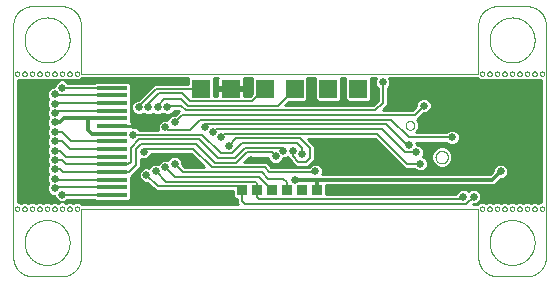
<source format=gbl>
G75*
%MOIN*%
%OFA0B0*%
%FSLAX25Y25*%
%IPPOS*%
%LPD*%
%AMOC8*
5,1,8,0,0,1.08239X$1,22.5*
%
%ADD10C,0.00000*%
%ADD11R,0.06000X0.06000*%
%ADD12R,0.10236X0.01378*%
%ADD13R,0.03200X0.03500*%
%ADD14C,0.01000*%
%ADD15C,0.02500*%
%ADD16C,0.00800*%
%ADD17C,0.01200*%
D10*
X0044428Y0027683D02*
X0044428Y0105183D01*
X0044430Y0105339D01*
X0044436Y0105495D01*
X0044445Y0105650D01*
X0044459Y0105805D01*
X0044477Y0105960D01*
X0044498Y0106115D01*
X0044523Y0106268D01*
X0044552Y0106421D01*
X0044585Y0106574D01*
X0044621Y0106725D01*
X0044662Y0106876D01*
X0044706Y0107025D01*
X0044753Y0107174D01*
X0044805Y0107321D01*
X0044860Y0107466D01*
X0044919Y0107611D01*
X0044981Y0107754D01*
X0045047Y0107895D01*
X0045116Y0108034D01*
X0045189Y0108172D01*
X0045265Y0108308D01*
X0045345Y0108442D01*
X0045428Y0108574D01*
X0045514Y0108704D01*
X0045603Y0108831D01*
X0045696Y0108957D01*
X0045792Y0109080D01*
X0045890Y0109200D01*
X0045992Y0109319D01*
X0046096Y0109434D01*
X0046204Y0109547D01*
X0046314Y0109657D01*
X0046427Y0109765D01*
X0046542Y0109869D01*
X0046661Y0109971D01*
X0046781Y0110069D01*
X0046904Y0110165D01*
X0047030Y0110258D01*
X0047157Y0110347D01*
X0047287Y0110433D01*
X0047419Y0110516D01*
X0047553Y0110596D01*
X0047689Y0110672D01*
X0047827Y0110745D01*
X0047966Y0110814D01*
X0048107Y0110880D01*
X0048250Y0110942D01*
X0048395Y0111001D01*
X0048540Y0111056D01*
X0048687Y0111108D01*
X0048836Y0111155D01*
X0048985Y0111199D01*
X0049136Y0111240D01*
X0049287Y0111276D01*
X0049440Y0111309D01*
X0049593Y0111338D01*
X0049746Y0111363D01*
X0049901Y0111384D01*
X0050056Y0111402D01*
X0050211Y0111416D01*
X0050366Y0111425D01*
X0050522Y0111431D01*
X0050678Y0111433D01*
X0060678Y0111433D01*
X0060834Y0111431D01*
X0060990Y0111425D01*
X0061145Y0111416D01*
X0061300Y0111402D01*
X0061455Y0111384D01*
X0061610Y0111363D01*
X0061763Y0111338D01*
X0061916Y0111309D01*
X0062069Y0111276D01*
X0062220Y0111240D01*
X0062371Y0111199D01*
X0062520Y0111155D01*
X0062669Y0111108D01*
X0062816Y0111056D01*
X0062961Y0111001D01*
X0063106Y0110942D01*
X0063249Y0110880D01*
X0063390Y0110814D01*
X0063529Y0110745D01*
X0063667Y0110672D01*
X0063803Y0110596D01*
X0063937Y0110516D01*
X0064069Y0110433D01*
X0064199Y0110347D01*
X0064326Y0110258D01*
X0064452Y0110165D01*
X0064575Y0110069D01*
X0064695Y0109971D01*
X0064814Y0109869D01*
X0064929Y0109765D01*
X0065042Y0109657D01*
X0065152Y0109547D01*
X0065260Y0109434D01*
X0065364Y0109319D01*
X0065466Y0109200D01*
X0065564Y0109080D01*
X0065660Y0108957D01*
X0065753Y0108831D01*
X0065842Y0108704D01*
X0065928Y0108574D01*
X0066011Y0108442D01*
X0066091Y0108308D01*
X0066167Y0108172D01*
X0066240Y0108034D01*
X0066309Y0107895D01*
X0066375Y0107754D01*
X0066437Y0107611D01*
X0066496Y0107466D01*
X0066551Y0107321D01*
X0066603Y0107174D01*
X0066650Y0107025D01*
X0066694Y0106876D01*
X0066735Y0106725D01*
X0066771Y0106574D01*
X0066804Y0106421D01*
X0066833Y0106268D01*
X0066858Y0106115D01*
X0066879Y0105960D01*
X0066897Y0105805D01*
X0066911Y0105650D01*
X0066920Y0105495D01*
X0066926Y0105339D01*
X0066928Y0105183D01*
X0066928Y0088933D01*
X0199428Y0088933D01*
X0199428Y0105183D01*
X0199430Y0105339D01*
X0199436Y0105495D01*
X0199445Y0105650D01*
X0199459Y0105805D01*
X0199477Y0105960D01*
X0199498Y0106115D01*
X0199523Y0106268D01*
X0199552Y0106421D01*
X0199585Y0106574D01*
X0199621Y0106725D01*
X0199662Y0106876D01*
X0199706Y0107025D01*
X0199753Y0107174D01*
X0199805Y0107321D01*
X0199860Y0107466D01*
X0199919Y0107611D01*
X0199981Y0107754D01*
X0200047Y0107895D01*
X0200116Y0108034D01*
X0200189Y0108172D01*
X0200265Y0108308D01*
X0200345Y0108442D01*
X0200428Y0108574D01*
X0200514Y0108704D01*
X0200603Y0108831D01*
X0200696Y0108957D01*
X0200792Y0109080D01*
X0200890Y0109200D01*
X0200992Y0109319D01*
X0201096Y0109434D01*
X0201204Y0109547D01*
X0201314Y0109657D01*
X0201427Y0109765D01*
X0201542Y0109869D01*
X0201661Y0109971D01*
X0201781Y0110069D01*
X0201904Y0110165D01*
X0202030Y0110258D01*
X0202157Y0110347D01*
X0202287Y0110433D01*
X0202419Y0110516D01*
X0202553Y0110596D01*
X0202689Y0110672D01*
X0202827Y0110745D01*
X0202966Y0110814D01*
X0203107Y0110880D01*
X0203250Y0110942D01*
X0203395Y0111001D01*
X0203540Y0111056D01*
X0203687Y0111108D01*
X0203836Y0111155D01*
X0203985Y0111199D01*
X0204136Y0111240D01*
X0204287Y0111276D01*
X0204440Y0111309D01*
X0204593Y0111338D01*
X0204746Y0111363D01*
X0204901Y0111384D01*
X0205056Y0111402D01*
X0205211Y0111416D01*
X0205366Y0111425D01*
X0205522Y0111431D01*
X0205678Y0111433D01*
X0215678Y0111433D01*
X0215834Y0111431D01*
X0215990Y0111425D01*
X0216145Y0111416D01*
X0216300Y0111402D01*
X0216455Y0111384D01*
X0216610Y0111363D01*
X0216763Y0111338D01*
X0216916Y0111309D01*
X0217069Y0111276D01*
X0217220Y0111240D01*
X0217371Y0111199D01*
X0217520Y0111155D01*
X0217669Y0111108D01*
X0217816Y0111056D01*
X0217961Y0111001D01*
X0218106Y0110942D01*
X0218249Y0110880D01*
X0218390Y0110814D01*
X0218529Y0110745D01*
X0218667Y0110672D01*
X0218803Y0110596D01*
X0218937Y0110516D01*
X0219069Y0110433D01*
X0219199Y0110347D01*
X0219326Y0110258D01*
X0219452Y0110165D01*
X0219575Y0110069D01*
X0219695Y0109971D01*
X0219814Y0109869D01*
X0219929Y0109765D01*
X0220042Y0109657D01*
X0220152Y0109547D01*
X0220260Y0109434D01*
X0220364Y0109319D01*
X0220466Y0109200D01*
X0220564Y0109080D01*
X0220660Y0108957D01*
X0220753Y0108831D01*
X0220842Y0108704D01*
X0220928Y0108574D01*
X0221011Y0108442D01*
X0221091Y0108308D01*
X0221167Y0108172D01*
X0221240Y0108034D01*
X0221309Y0107895D01*
X0221375Y0107754D01*
X0221437Y0107611D01*
X0221496Y0107466D01*
X0221551Y0107321D01*
X0221603Y0107174D01*
X0221650Y0107025D01*
X0221694Y0106876D01*
X0221735Y0106725D01*
X0221771Y0106574D01*
X0221804Y0106421D01*
X0221833Y0106268D01*
X0221858Y0106115D01*
X0221879Y0105960D01*
X0221897Y0105805D01*
X0221911Y0105650D01*
X0221920Y0105495D01*
X0221926Y0105339D01*
X0221928Y0105183D01*
X0221928Y0027683D01*
X0221926Y0027527D01*
X0221920Y0027371D01*
X0221911Y0027216D01*
X0221897Y0027061D01*
X0221879Y0026906D01*
X0221858Y0026751D01*
X0221833Y0026598D01*
X0221804Y0026445D01*
X0221771Y0026292D01*
X0221735Y0026141D01*
X0221694Y0025990D01*
X0221650Y0025841D01*
X0221603Y0025692D01*
X0221551Y0025545D01*
X0221496Y0025400D01*
X0221437Y0025255D01*
X0221375Y0025112D01*
X0221309Y0024971D01*
X0221240Y0024832D01*
X0221167Y0024694D01*
X0221091Y0024558D01*
X0221011Y0024424D01*
X0220928Y0024292D01*
X0220842Y0024162D01*
X0220753Y0024035D01*
X0220660Y0023909D01*
X0220564Y0023786D01*
X0220466Y0023666D01*
X0220364Y0023547D01*
X0220260Y0023432D01*
X0220152Y0023319D01*
X0220042Y0023209D01*
X0219929Y0023101D01*
X0219814Y0022997D01*
X0219695Y0022895D01*
X0219575Y0022797D01*
X0219452Y0022701D01*
X0219326Y0022608D01*
X0219199Y0022519D01*
X0219069Y0022433D01*
X0218937Y0022350D01*
X0218803Y0022270D01*
X0218667Y0022194D01*
X0218529Y0022121D01*
X0218390Y0022052D01*
X0218249Y0021986D01*
X0218106Y0021924D01*
X0217961Y0021865D01*
X0217816Y0021810D01*
X0217669Y0021758D01*
X0217520Y0021711D01*
X0217371Y0021667D01*
X0217220Y0021626D01*
X0217069Y0021590D01*
X0216916Y0021557D01*
X0216763Y0021528D01*
X0216610Y0021503D01*
X0216455Y0021482D01*
X0216300Y0021464D01*
X0216145Y0021450D01*
X0215990Y0021441D01*
X0215834Y0021435D01*
X0215678Y0021433D01*
X0205678Y0021433D01*
X0205522Y0021435D01*
X0205366Y0021441D01*
X0205211Y0021450D01*
X0205056Y0021464D01*
X0204901Y0021482D01*
X0204746Y0021503D01*
X0204593Y0021528D01*
X0204440Y0021557D01*
X0204287Y0021590D01*
X0204136Y0021626D01*
X0203985Y0021667D01*
X0203836Y0021711D01*
X0203687Y0021758D01*
X0203540Y0021810D01*
X0203395Y0021865D01*
X0203250Y0021924D01*
X0203107Y0021986D01*
X0202966Y0022052D01*
X0202827Y0022121D01*
X0202689Y0022194D01*
X0202553Y0022270D01*
X0202419Y0022350D01*
X0202287Y0022433D01*
X0202157Y0022519D01*
X0202030Y0022608D01*
X0201904Y0022701D01*
X0201781Y0022797D01*
X0201661Y0022895D01*
X0201542Y0022997D01*
X0201427Y0023101D01*
X0201314Y0023209D01*
X0201204Y0023319D01*
X0201096Y0023432D01*
X0200992Y0023547D01*
X0200890Y0023666D01*
X0200792Y0023786D01*
X0200696Y0023909D01*
X0200603Y0024035D01*
X0200514Y0024162D01*
X0200428Y0024292D01*
X0200345Y0024424D01*
X0200265Y0024558D01*
X0200189Y0024694D01*
X0200116Y0024832D01*
X0200047Y0024971D01*
X0199981Y0025112D01*
X0199919Y0025255D01*
X0199860Y0025400D01*
X0199805Y0025545D01*
X0199753Y0025692D01*
X0199706Y0025841D01*
X0199662Y0025990D01*
X0199621Y0026141D01*
X0199585Y0026292D01*
X0199552Y0026445D01*
X0199523Y0026598D01*
X0199498Y0026751D01*
X0199477Y0026906D01*
X0199459Y0027061D01*
X0199445Y0027216D01*
X0199436Y0027371D01*
X0199430Y0027527D01*
X0199428Y0027683D01*
X0199428Y0043933D01*
X0066928Y0043933D01*
X0066928Y0027683D01*
X0066926Y0027527D01*
X0066920Y0027371D01*
X0066911Y0027216D01*
X0066897Y0027061D01*
X0066879Y0026906D01*
X0066858Y0026751D01*
X0066833Y0026598D01*
X0066804Y0026445D01*
X0066771Y0026292D01*
X0066735Y0026141D01*
X0066694Y0025990D01*
X0066650Y0025841D01*
X0066603Y0025692D01*
X0066551Y0025545D01*
X0066496Y0025400D01*
X0066437Y0025255D01*
X0066375Y0025112D01*
X0066309Y0024971D01*
X0066240Y0024832D01*
X0066167Y0024694D01*
X0066091Y0024558D01*
X0066011Y0024424D01*
X0065928Y0024292D01*
X0065842Y0024162D01*
X0065753Y0024035D01*
X0065660Y0023909D01*
X0065564Y0023786D01*
X0065466Y0023666D01*
X0065364Y0023547D01*
X0065260Y0023432D01*
X0065152Y0023319D01*
X0065042Y0023209D01*
X0064929Y0023101D01*
X0064814Y0022997D01*
X0064695Y0022895D01*
X0064575Y0022797D01*
X0064452Y0022701D01*
X0064326Y0022608D01*
X0064199Y0022519D01*
X0064069Y0022433D01*
X0063937Y0022350D01*
X0063803Y0022270D01*
X0063667Y0022194D01*
X0063529Y0022121D01*
X0063390Y0022052D01*
X0063249Y0021986D01*
X0063106Y0021924D01*
X0062961Y0021865D01*
X0062816Y0021810D01*
X0062669Y0021758D01*
X0062520Y0021711D01*
X0062371Y0021667D01*
X0062220Y0021626D01*
X0062069Y0021590D01*
X0061916Y0021557D01*
X0061763Y0021528D01*
X0061610Y0021503D01*
X0061455Y0021482D01*
X0061300Y0021464D01*
X0061145Y0021450D01*
X0060990Y0021441D01*
X0060834Y0021435D01*
X0060678Y0021433D01*
X0050678Y0021433D01*
X0050522Y0021435D01*
X0050366Y0021441D01*
X0050211Y0021450D01*
X0050056Y0021464D01*
X0049901Y0021482D01*
X0049746Y0021503D01*
X0049593Y0021528D01*
X0049440Y0021557D01*
X0049287Y0021590D01*
X0049136Y0021626D01*
X0048985Y0021667D01*
X0048836Y0021711D01*
X0048687Y0021758D01*
X0048540Y0021810D01*
X0048395Y0021865D01*
X0048250Y0021924D01*
X0048107Y0021986D01*
X0047966Y0022052D01*
X0047827Y0022121D01*
X0047689Y0022194D01*
X0047553Y0022270D01*
X0047419Y0022350D01*
X0047287Y0022433D01*
X0047157Y0022519D01*
X0047030Y0022608D01*
X0046904Y0022701D01*
X0046781Y0022797D01*
X0046661Y0022895D01*
X0046542Y0022997D01*
X0046427Y0023101D01*
X0046314Y0023209D01*
X0046204Y0023319D01*
X0046096Y0023432D01*
X0045992Y0023547D01*
X0045890Y0023666D01*
X0045792Y0023786D01*
X0045696Y0023909D01*
X0045603Y0024035D01*
X0045514Y0024162D01*
X0045428Y0024292D01*
X0045345Y0024424D01*
X0045265Y0024558D01*
X0045189Y0024694D01*
X0045116Y0024832D01*
X0045047Y0024971D01*
X0044981Y0025112D01*
X0044919Y0025255D01*
X0044860Y0025400D01*
X0044805Y0025545D01*
X0044753Y0025692D01*
X0044706Y0025841D01*
X0044662Y0025990D01*
X0044621Y0026141D01*
X0044585Y0026292D01*
X0044552Y0026445D01*
X0044523Y0026598D01*
X0044498Y0026751D01*
X0044477Y0026906D01*
X0044459Y0027061D01*
X0044445Y0027216D01*
X0044436Y0027371D01*
X0044430Y0027527D01*
X0044428Y0027683D01*
X0048178Y0032683D02*
X0048180Y0032867D01*
X0048187Y0033051D01*
X0048198Y0033235D01*
X0048214Y0033418D01*
X0048234Y0033601D01*
X0048259Y0033783D01*
X0048288Y0033965D01*
X0048322Y0034146D01*
X0048360Y0034326D01*
X0048403Y0034505D01*
X0048450Y0034683D01*
X0048501Y0034860D01*
X0048557Y0035036D01*
X0048616Y0035210D01*
X0048681Y0035382D01*
X0048749Y0035553D01*
X0048821Y0035722D01*
X0048898Y0035890D01*
X0048979Y0036055D01*
X0049064Y0036218D01*
X0049152Y0036380D01*
X0049245Y0036539D01*
X0049342Y0036695D01*
X0049442Y0036850D01*
X0049546Y0037002D01*
X0049654Y0037151D01*
X0049765Y0037297D01*
X0049880Y0037441D01*
X0049999Y0037582D01*
X0050121Y0037720D01*
X0050246Y0037855D01*
X0050375Y0037986D01*
X0050506Y0038115D01*
X0050641Y0038240D01*
X0050779Y0038362D01*
X0050920Y0038481D01*
X0051064Y0038596D01*
X0051210Y0038707D01*
X0051359Y0038815D01*
X0051511Y0038919D01*
X0051666Y0039019D01*
X0051822Y0039116D01*
X0051981Y0039209D01*
X0052143Y0039297D01*
X0052306Y0039382D01*
X0052471Y0039463D01*
X0052639Y0039540D01*
X0052808Y0039612D01*
X0052979Y0039680D01*
X0053151Y0039745D01*
X0053325Y0039804D01*
X0053501Y0039860D01*
X0053678Y0039911D01*
X0053856Y0039958D01*
X0054035Y0040001D01*
X0054215Y0040039D01*
X0054396Y0040073D01*
X0054578Y0040102D01*
X0054760Y0040127D01*
X0054943Y0040147D01*
X0055126Y0040163D01*
X0055310Y0040174D01*
X0055494Y0040181D01*
X0055678Y0040183D01*
X0055862Y0040181D01*
X0056046Y0040174D01*
X0056230Y0040163D01*
X0056413Y0040147D01*
X0056596Y0040127D01*
X0056778Y0040102D01*
X0056960Y0040073D01*
X0057141Y0040039D01*
X0057321Y0040001D01*
X0057500Y0039958D01*
X0057678Y0039911D01*
X0057855Y0039860D01*
X0058031Y0039804D01*
X0058205Y0039745D01*
X0058377Y0039680D01*
X0058548Y0039612D01*
X0058717Y0039540D01*
X0058885Y0039463D01*
X0059050Y0039382D01*
X0059213Y0039297D01*
X0059375Y0039209D01*
X0059534Y0039116D01*
X0059690Y0039019D01*
X0059845Y0038919D01*
X0059997Y0038815D01*
X0060146Y0038707D01*
X0060292Y0038596D01*
X0060436Y0038481D01*
X0060577Y0038362D01*
X0060715Y0038240D01*
X0060850Y0038115D01*
X0060981Y0037986D01*
X0061110Y0037855D01*
X0061235Y0037720D01*
X0061357Y0037582D01*
X0061476Y0037441D01*
X0061591Y0037297D01*
X0061702Y0037151D01*
X0061810Y0037002D01*
X0061914Y0036850D01*
X0062014Y0036695D01*
X0062111Y0036539D01*
X0062204Y0036380D01*
X0062292Y0036218D01*
X0062377Y0036055D01*
X0062458Y0035890D01*
X0062535Y0035722D01*
X0062607Y0035553D01*
X0062675Y0035382D01*
X0062740Y0035210D01*
X0062799Y0035036D01*
X0062855Y0034860D01*
X0062906Y0034683D01*
X0062953Y0034505D01*
X0062996Y0034326D01*
X0063034Y0034146D01*
X0063068Y0033965D01*
X0063097Y0033783D01*
X0063122Y0033601D01*
X0063142Y0033418D01*
X0063158Y0033235D01*
X0063169Y0033051D01*
X0063176Y0032867D01*
X0063178Y0032683D01*
X0063176Y0032499D01*
X0063169Y0032315D01*
X0063158Y0032131D01*
X0063142Y0031948D01*
X0063122Y0031765D01*
X0063097Y0031583D01*
X0063068Y0031401D01*
X0063034Y0031220D01*
X0062996Y0031040D01*
X0062953Y0030861D01*
X0062906Y0030683D01*
X0062855Y0030506D01*
X0062799Y0030330D01*
X0062740Y0030156D01*
X0062675Y0029984D01*
X0062607Y0029813D01*
X0062535Y0029644D01*
X0062458Y0029476D01*
X0062377Y0029311D01*
X0062292Y0029148D01*
X0062204Y0028986D01*
X0062111Y0028827D01*
X0062014Y0028671D01*
X0061914Y0028516D01*
X0061810Y0028364D01*
X0061702Y0028215D01*
X0061591Y0028069D01*
X0061476Y0027925D01*
X0061357Y0027784D01*
X0061235Y0027646D01*
X0061110Y0027511D01*
X0060981Y0027380D01*
X0060850Y0027251D01*
X0060715Y0027126D01*
X0060577Y0027004D01*
X0060436Y0026885D01*
X0060292Y0026770D01*
X0060146Y0026659D01*
X0059997Y0026551D01*
X0059845Y0026447D01*
X0059690Y0026347D01*
X0059534Y0026250D01*
X0059375Y0026157D01*
X0059213Y0026069D01*
X0059050Y0025984D01*
X0058885Y0025903D01*
X0058717Y0025826D01*
X0058548Y0025754D01*
X0058377Y0025686D01*
X0058205Y0025621D01*
X0058031Y0025562D01*
X0057855Y0025506D01*
X0057678Y0025455D01*
X0057500Y0025408D01*
X0057321Y0025365D01*
X0057141Y0025327D01*
X0056960Y0025293D01*
X0056778Y0025264D01*
X0056596Y0025239D01*
X0056413Y0025219D01*
X0056230Y0025203D01*
X0056046Y0025192D01*
X0055862Y0025185D01*
X0055678Y0025183D01*
X0055494Y0025185D01*
X0055310Y0025192D01*
X0055126Y0025203D01*
X0054943Y0025219D01*
X0054760Y0025239D01*
X0054578Y0025264D01*
X0054396Y0025293D01*
X0054215Y0025327D01*
X0054035Y0025365D01*
X0053856Y0025408D01*
X0053678Y0025455D01*
X0053501Y0025506D01*
X0053325Y0025562D01*
X0053151Y0025621D01*
X0052979Y0025686D01*
X0052808Y0025754D01*
X0052639Y0025826D01*
X0052471Y0025903D01*
X0052306Y0025984D01*
X0052143Y0026069D01*
X0051981Y0026157D01*
X0051822Y0026250D01*
X0051666Y0026347D01*
X0051511Y0026447D01*
X0051359Y0026551D01*
X0051210Y0026659D01*
X0051064Y0026770D01*
X0050920Y0026885D01*
X0050779Y0027004D01*
X0050641Y0027126D01*
X0050506Y0027251D01*
X0050375Y0027380D01*
X0050246Y0027511D01*
X0050121Y0027646D01*
X0049999Y0027784D01*
X0049880Y0027925D01*
X0049765Y0028069D01*
X0049654Y0028215D01*
X0049546Y0028364D01*
X0049442Y0028516D01*
X0049342Y0028671D01*
X0049245Y0028827D01*
X0049152Y0028986D01*
X0049064Y0029148D01*
X0048979Y0029311D01*
X0048898Y0029476D01*
X0048821Y0029644D01*
X0048749Y0029813D01*
X0048681Y0029984D01*
X0048616Y0030156D01*
X0048557Y0030330D01*
X0048501Y0030506D01*
X0048450Y0030683D01*
X0048403Y0030861D01*
X0048360Y0031040D01*
X0048322Y0031220D01*
X0048288Y0031401D01*
X0048259Y0031583D01*
X0048234Y0031765D01*
X0048214Y0031948D01*
X0048198Y0032131D01*
X0048187Y0032315D01*
X0048180Y0032499D01*
X0048178Y0032683D01*
X0047428Y0043933D02*
X0047430Y0043987D01*
X0047436Y0044041D01*
X0047446Y0044094D01*
X0047459Y0044147D01*
X0047476Y0044198D01*
X0047497Y0044248D01*
X0047522Y0044296D01*
X0047550Y0044343D01*
X0047581Y0044387D01*
X0047615Y0044429D01*
X0047652Y0044468D01*
X0047692Y0044505D01*
X0047735Y0044538D01*
X0047780Y0044569D01*
X0047827Y0044596D01*
X0047875Y0044619D01*
X0047926Y0044639D01*
X0047977Y0044656D01*
X0048030Y0044668D01*
X0048083Y0044677D01*
X0048137Y0044682D01*
X0048192Y0044683D01*
X0048246Y0044680D01*
X0048299Y0044673D01*
X0048352Y0044662D01*
X0048405Y0044648D01*
X0048456Y0044630D01*
X0048505Y0044608D01*
X0048553Y0044583D01*
X0048599Y0044554D01*
X0048643Y0044522D01*
X0048684Y0044487D01*
X0048722Y0044449D01*
X0048758Y0044408D01*
X0048791Y0044365D01*
X0048821Y0044320D01*
X0048847Y0044272D01*
X0048870Y0044223D01*
X0048889Y0044172D01*
X0048904Y0044121D01*
X0048916Y0044068D01*
X0048924Y0044014D01*
X0048928Y0043960D01*
X0048928Y0043906D01*
X0048924Y0043852D01*
X0048916Y0043798D01*
X0048904Y0043745D01*
X0048889Y0043694D01*
X0048870Y0043643D01*
X0048847Y0043594D01*
X0048821Y0043546D01*
X0048791Y0043501D01*
X0048758Y0043458D01*
X0048722Y0043417D01*
X0048684Y0043379D01*
X0048643Y0043344D01*
X0048599Y0043312D01*
X0048553Y0043283D01*
X0048505Y0043258D01*
X0048456Y0043236D01*
X0048405Y0043218D01*
X0048352Y0043204D01*
X0048299Y0043193D01*
X0048246Y0043186D01*
X0048192Y0043183D01*
X0048137Y0043184D01*
X0048083Y0043189D01*
X0048030Y0043198D01*
X0047977Y0043210D01*
X0047926Y0043227D01*
X0047875Y0043247D01*
X0047827Y0043270D01*
X0047780Y0043297D01*
X0047735Y0043328D01*
X0047692Y0043361D01*
X0047652Y0043398D01*
X0047615Y0043437D01*
X0047581Y0043479D01*
X0047550Y0043523D01*
X0047522Y0043570D01*
X0047497Y0043618D01*
X0047476Y0043668D01*
X0047459Y0043719D01*
X0047446Y0043772D01*
X0047436Y0043825D01*
X0047430Y0043879D01*
X0047428Y0043933D01*
X0044928Y0043933D02*
X0044930Y0043987D01*
X0044936Y0044041D01*
X0044946Y0044094D01*
X0044959Y0044147D01*
X0044976Y0044198D01*
X0044997Y0044248D01*
X0045022Y0044296D01*
X0045050Y0044343D01*
X0045081Y0044387D01*
X0045115Y0044429D01*
X0045152Y0044468D01*
X0045192Y0044505D01*
X0045235Y0044538D01*
X0045280Y0044569D01*
X0045327Y0044596D01*
X0045375Y0044619D01*
X0045426Y0044639D01*
X0045477Y0044656D01*
X0045530Y0044668D01*
X0045583Y0044677D01*
X0045637Y0044682D01*
X0045692Y0044683D01*
X0045746Y0044680D01*
X0045799Y0044673D01*
X0045852Y0044662D01*
X0045905Y0044648D01*
X0045956Y0044630D01*
X0046005Y0044608D01*
X0046053Y0044583D01*
X0046099Y0044554D01*
X0046143Y0044522D01*
X0046184Y0044487D01*
X0046222Y0044449D01*
X0046258Y0044408D01*
X0046291Y0044365D01*
X0046321Y0044320D01*
X0046347Y0044272D01*
X0046370Y0044223D01*
X0046389Y0044172D01*
X0046404Y0044121D01*
X0046416Y0044068D01*
X0046424Y0044014D01*
X0046428Y0043960D01*
X0046428Y0043906D01*
X0046424Y0043852D01*
X0046416Y0043798D01*
X0046404Y0043745D01*
X0046389Y0043694D01*
X0046370Y0043643D01*
X0046347Y0043594D01*
X0046321Y0043546D01*
X0046291Y0043501D01*
X0046258Y0043458D01*
X0046222Y0043417D01*
X0046184Y0043379D01*
X0046143Y0043344D01*
X0046099Y0043312D01*
X0046053Y0043283D01*
X0046005Y0043258D01*
X0045956Y0043236D01*
X0045905Y0043218D01*
X0045852Y0043204D01*
X0045799Y0043193D01*
X0045746Y0043186D01*
X0045692Y0043183D01*
X0045637Y0043184D01*
X0045583Y0043189D01*
X0045530Y0043198D01*
X0045477Y0043210D01*
X0045426Y0043227D01*
X0045375Y0043247D01*
X0045327Y0043270D01*
X0045280Y0043297D01*
X0045235Y0043328D01*
X0045192Y0043361D01*
X0045152Y0043398D01*
X0045115Y0043437D01*
X0045081Y0043479D01*
X0045050Y0043523D01*
X0045022Y0043570D01*
X0044997Y0043618D01*
X0044976Y0043668D01*
X0044959Y0043719D01*
X0044946Y0043772D01*
X0044936Y0043825D01*
X0044930Y0043879D01*
X0044928Y0043933D01*
X0049928Y0043933D02*
X0049930Y0043987D01*
X0049936Y0044041D01*
X0049946Y0044094D01*
X0049959Y0044147D01*
X0049976Y0044198D01*
X0049997Y0044248D01*
X0050022Y0044296D01*
X0050050Y0044343D01*
X0050081Y0044387D01*
X0050115Y0044429D01*
X0050152Y0044468D01*
X0050192Y0044505D01*
X0050235Y0044538D01*
X0050280Y0044569D01*
X0050327Y0044596D01*
X0050375Y0044619D01*
X0050426Y0044639D01*
X0050477Y0044656D01*
X0050530Y0044668D01*
X0050583Y0044677D01*
X0050637Y0044682D01*
X0050692Y0044683D01*
X0050746Y0044680D01*
X0050799Y0044673D01*
X0050852Y0044662D01*
X0050905Y0044648D01*
X0050956Y0044630D01*
X0051005Y0044608D01*
X0051053Y0044583D01*
X0051099Y0044554D01*
X0051143Y0044522D01*
X0051184Y0044487D01*
X0051222Y0044449D01*
X0051258Y0044408D01*
X0051291Y0044365D01*
X0051321Y0044320D01*
X0051347Y0044272D01*
X0051370Y0044223D01*
X0051389Y0044172D01*
X0051404Y0044121D01*
X0051416Y0044068D01*
X0051424Y0044014D01*
X0051428Y0043960D01*
X0051428Y0043906D01*
X0051424Y0043852D01*
X0051416Y0043798D01*
X0051404Y0043745D01*
X0051389Y0043694D01*
X0051370Y0043643D01*
X0051347Y0043594D01*
X0051321Y0043546D01*
X0051291Y0043501D01*
X0051258Y0043458D01*
X0051222Y0043417D01*
X0051184Y0043379D01*
X0051143Y0043344D01*
X0051099Y0043312D01*
X0051053Y0043283D01*
X0051005Y0043258D01*
X0050956Y0043236D01*
X0050905Y0043218D01*
X0050852Y0043204D01*
X0050799Y0043193D01*
X0050746Y0043186D01*
X0050692Y0043183D01*
X0050637Y0043184D01*
X0050583Y0043189D01*
X0050530Y0043198D01*
X0050477Y0043210D01*
X0050426Y0043227D01*
X0050375Y0043247D01*
X0050327Y0043270D01*
X0050280Y0043297D01*
X0050235Y0043328D01*
X0050192Y0043361D01*
X0050152Y0043398D01*
X0050115Y0043437D01*
X0050081Y0043479D01*
X0050050Y0043523D01*
X0050022Y0043570D01*
X0049997Y0043618D01*
X0049976Y0043668D01*
X0049959Y0043719D01*
X0049946Y0043772D01*
X0049936Y0043825D01*
X0049930Y0043879D01*
X0049928Y0043933D01*
X0052428Y0043933D02*
X0052430Y0043987D01*
X0052436Y0044041D01*
X0052446Y0044094D01*
X0052459Y0044147D01*
X0052476Y0044198D01*
X0052497Y0044248D01*
X0052522Y0044296D01*
X0052550Y0044343D01*
X0052581Y0044387D01*
X0052615Y0044429D01*
X0052652Y0044468D01*
X0052692Y0044505D01*
X0052735Y0044538D01*
X0052780Y0044569D01*
X0052827Y0044596D01*
X0052875Y0044619D01*
X0052926Y0044639D01*
X0052977Y0044656D01*
X0053030Y0044668D01*
X0053083Y0044677D01*
X0053137Y0044682D01*
X0053192Y0044683D01*
X0053246Y0044680D01*
X0053299Y0044673D01*
X0053352Y0044662D01*
X0053405Y0044648D01*
X0053456Y0044630D01*
X0053505Y0044608D01*
X0053553Y0044583D01*
X0053599Y0044554D01*
X0053643Y0044522D01*
X0053684Y0044487D01*
X0053722Y0044449D01*
X0053758Y0044408D01*
X0053791Y0044365D01*
X0053821Y0044320D01*
X0053847Y0044272D01*
X0053870Y0044223D01*
X0053889Y0044172D01*
X0053904Y0044121D01*
X0053916Y0044068D01*
X0053924Y0044014D01*
X0053928Y0043960D01*
X0053928Y0043906D01*
X0053924Y0043852D01*
X0053916Y0043798D01*
X0053904Y0043745D01*
X0053889Y0043694D01*
X0053870Y0043643D01*
X0053847Y0043594D01*
X0053821Y0043546D01*
X0053791Y0043501D01*
X0053758Y0043458D01*
X0053722Y0043417D01*
X0053684Y0043379D01*
X0053643Y0043344D01*
X0053599Y0043312D01*
X0053553Y0043283D01*
X0053505Y0043258D01*
X0053456Y0043236D01*
X0053405Y0043218D01*
X0053352Y0043204D01*
X0053299Y0043193D01*
X0053246Y0043186D01*
X0053192Y0043183D01*
X0053137Y0043184D01*
X0053083Y0043189D01*
X0053030Y0043198D01*
X0052977Y0043210D01*
X0052926Y0043227D01*
X0052875Y0043247D01*
X0052827Y0043270D01*
X0052780Y0043297D01*
X0052735Y0043328D01*
X0052692Y0043361D01*
X0052652Y0043398D01*
X0052615Y0043437D01*
X0052581Y0043479D01*
X0052550Y0043523D01*
X0052522Y0043570D01*
X0052497Y0043618D01*
X0052476Y0043668D01*
X0052459Y0043719D01*
X0052446Y0043772D01*
X0052436Y0043825D01*
X0052430Y0043879D01*
X0052428Y0043933D01*
X0054928Y0043933D02*
X0054930Y0043987D01*
X0054936Y0044041D01*
X0054946Y0044094D01*
X0054959Y0044147D01*
X0054976Y0044198D01*
X0054997Y0044248D01*
X0055022Y0044296D01*
X0055050Y0044343D01*
X0055081Y0044387D01*
X0055115Y0044429D01*
X0055152Y0044468D01*
X0055192Y0044505D01*
X0055235Y0044538D01*
X0055280Y0044569D01*
X0055327Y0044596D01*
X0055375Y0044619D01*
X0055426Y0044639D01*
X0055477Y0044656D01*
X0055530Y0044668D01*
X0055583Y0044677D01*
X0055637Y0044682D01*
X0055692Y0044683D01*
X0055746Y0044680D01*
X0055799Y0044673D01*
X0055852Y0044662D01*
X0055905Y0044648D01*
X0055956Y0044630D01*
X0056005Y0044608D01*
X0056053Y0044583D01*
X0056099Y0044554D01*
X0056143Y0044522D01*
X0056184Y0044487D01*
X0056222Y0044449D01*
X0056258Y0044408D01*
X0056291Y0044365D01*
X0056321Y0044320D01*
X0056347Y0044272D01*
X0056370Y0044223D01*
X0056389Y0044172D01*
X0056404Y0044121D01*
X0056416Y0044068D01*
X0056424Y0044014D01*
X0056428Y0043960D01*
X0056428Y0043906D01*
X0056424Y0043852D01*
X0056416Y0043798D01*
X0056404Y0043745D01*
X0056389Y0043694D01*
X0056370Y0043643D01*
X0056347Y0043594D01*
X0056321Y0043546D01*
X0056291Y0043501D01*
X0056258Y0043458D01*
X0056222Y0043417D01*
X0056184Y0043379D01*
X0056143Y0043344D01*
X0056099Y0043312D01*
X0056053Y0043283D01*
X0056005Y0043258D01*
X0055956Y0043236D01*
X0055905Y0043218D01*
X0055852Y0043204D01*
X0055799Y0043193D01*
X0055746Y0043186D01*
X0055692Y0043183D01*
X0055637Y0043184D01*
X0055583Y0043189D01*
X0055530Y0043198D01*
X0055477Y0043210D01*
X0055426Y0043227D01*
X0055375Y0043247D01*
X0055327Y0043270D01*
X0055280Y0043297D01*
X0055235Y0043328D01*
X0055192Y0043361D01*
X0055152Y0043398D01*
X0055115Y0043437D01*
X0055081Y0043479D01*
X0055050Y0043523D01*
X0055022Y0043570D01*
X0054997Y0043618D01*
X0054976Y0043668D01*
X0054959Y0043719D01*
X0054946Y0043772D01*
X0054936Y0043825D01*
X0054930Y0043879D01*
X0054928Y0043933D01*
X0057428Y0043933D02*
X0057430Y0043987D01*
X0057436Y0044041D01*
X0057446Y0044094D01*
X0057459Y0044147D01*
X0057476Y0044198D01*
X0057497Y0044248D01*
X0057522Y0044296D01*
X0057550Y0044343D01*
X0057581Y0044387D01*
X0057615Y0044429D01*
X0057652Y0044468D01*
X0057692Y0044505D01*
X0057735Y0044538D01*
X0057780Y0044569D01*
X0057827Y0044596D01*
X0057875Y0044619D01*
X0057926Y0044639D01*
X0057977Y0044656D01*
X0058030Y0044668D01*
X0058083Y0044677D01*
X0058137Y0044682D01*
X0058192Y0044683D01*
X0058246Y0044680D01*
X0058299Y0044673D01*
X0058352Y0044662D01*
X0058405Y0044648D01*
X0058456Y0044630D01*
X0058505Y0044608D01*
X0058553Y0044583D01*
X0058599Y0044554D01*
X0058643Y0044522D01*
X0058684Y0044487D01*
X0058722Y0044449D01*
X0058758Y0044408D01*
X0058791Y0044365D01*
X0058821Y0044320D01*
X0058847Y0044272D01*
X0058870Y0044223D01*
X0058889Y0044172D01*
X0058904Y0044121D01*
X0058916Y0044068D01*
X0058924Y0044014D01*
X0058928Y0043960D01*
X0058928Y0043906D01*
X0058924Y0043852D01*
X0058916Y0043798D01*
X0058904Y0043745D01*
X0058889Y0043694D01*
X0058870Y0043643D01*
X0058847Y0043594D01*
X0058821Y0043546D01*
X0058791Y0043501D01*
X0058758Y0043458D01*
X0058722Y0043417D01*
X0058684Y0043379D01*
X0058643Y0043344D01*
X0058599Y0043312D01*
X0058553Y0043283D01*
X0058505Y0043258D01*
X0058456Y0043236D01*
X0058405Y0043218D01*
X0058352Y0043204D01*
X0058299Y0043193D01*
X0058246Y0043186D01*
X0058192Y0043183D01*
X0058137Y0043184D01*
X0058083Y0043189D01*
X0058030Y0043198D01*
X0057977Y0043210D01*
X0057926Y0043227D01*
X0057875Y0043247D01*
X0057827Y0043270D01*
X0057780Y0043297D01*
X0057735Y0043328D01*
X0057692Y0043361D01*
X0057652Y0043398D01*
X0057615Y0043437D01*
X0057581Y0043479D01*
X0057550Y0043523D01*
X0057522Y0043570D01*
X0057497Y0043618D01*
X0057476Y0043668D01*
X0057459Y0043719D01*
X0057446Y0043772D01*
X0057436Y0043825D01*
X0057430Y0043879D01*
X0057428Y0043933D01*
X0059928Y0043933D02*
X0059930Y0043987D01*
X0059936Y0044041D01*
X0059946Y0044094D01*
X0059959Y0044147D01*
X0059976Y0044198D01*
X0059997Y0044248D01*
X0060022Y0044296D01*
X0060050Y0044343D01*
X0060081Y0044387D01*
X0060115Y0044429D01*
X0060152Y0044468D01*
X0060192Y0044505D01*
X0060235Y0044538D01*
X0060280Y0044569D01*
X0060327Y0044596D01*
X0060375Y0044619D01*
X0060426Y0044639D01*
X0060477Y0044656D01*
X0060530Y0044668D01*
X0060583Y0044677D01*
X0060637Y0044682D01*
X0060692Y0044683D01*
X0060746Y0044680D01*
X0060799Y0044673D01*
X0060852Y0044662D01*
X0060905Y0044648D01*
X0060956Y0044630D01*
X0061005Y0044608D01*
X0061053Y0044583D01*
X0061099Y0044554D01*
X0061143Y0044522D01*
X0061184Y0044487D01*
X0061222Y0044449D01*
X0061258Y0044408D01*
X0061291Y0044365D01*
X0061321Y0044320D01*
X0061347Y0044272D01*
X0061370Y0044223D01*
X0061389Y0044172D01*
X0061404Y0044121D01*
X0061416Y0044068D01*
X0061424Y0044014D01*
X0061428Y0043960D01*
X0061428Y0043906D01*
X0061424Y0043852D01*
X0061416Y0043798D01*
X0061404Y0043745D01*
X0061389Y0043694D01*
X0061370Y0043643D01*
X0061347Y0043594D01*
X0061321Y0043546D01*
X0061291Y0043501D01*
X0061258Y0043458D01*
X0061222Y0043417D01*
X0061184Y0043379D01*
X0061143Y0043344D01*
X0061099Y0043312D01*
X0061053Y0043283D01*
X0061005Y0043258D01*
X0060956Y0043236D01*
X0060905Y0043218D01*
X0060852Y0043204D01*
X0060799Y0043193D01*
X0060746Y0043186D01*
X0060692Y0043183D01*
X0060637Y0043184D01*
X0060583Y0043189D01*
X0060530Y0043198D01*
X0060477Y0043210D01*
X0060426Y0043227D01*
X0060375Y0043247D01*
X0060327Y0043270D01*
X0060280Y0043297D01*
X0060235Y0043328D01*
X0060192Y0043361D01*
X0060152Y0043398D01*
X0060115Y0043437D01*
X0060081Y0043479D01*
X0060050Y0043523D01*
X0060022Y0043570D01*
X0059997Y0043618D01*
X0059976Y0043668D01*
X0059959Y0043719D01*
X0059946Y0043772D01*
X0059936Y0043825D01*
X0059930Y0043879D01*
X0059928Y0043933D01*
X0062428Y0043933D02*
X0062430Y0043987D01*
X0062436Y0044041D01*
X0062446Y0044094D01*
X0062459Y0044147D01*
X0062476Y0044198D01*
X0062497Y0044248D01*
X0062522Y0044296D01*
X0062550Y0044343D01*
X0062581Y0044387D01*
X0062615Y0044429D01*
X0062652Y0044468D01*
X0062692Y0044505D01*
X0062735Y0044538D01*
X0062780Y0044569D01*
X0062827Y0044596D01*
X0062875Y0044619D01*
X0062926Y0044639D01*
X0062977Y0044656D01*
X0063030Y0044668D01*
X0063083Y0044677D01*
X0063137Y0044682D01*
X0063192Y0044683D01*
X0063246Y0044680D01*
X0063299Y0044673D01*
X0063352Y0044662D01*
X0063405Y0044648D01*
X0063456Y0044630D01*
X0063505Y0044608D01*
X0063553Y0044583D01*
X0063599Y0044554D01*
X0063643Y0044522D01*
X0063684Y0044487D01*
X0063722Y0044449D01*
X0063758Y0044408D01*
X0063791Y0044365D01*
X0063821Y0044320D01*
X0063847Y0044272D01*
X0063870Y0044223D01*
X0063889Y0044172D01*
X0063904Y0044121D01*
X0063916Y0044068D01*
X0063924Y0044014D01*
X0063928Y0043960D01*
X0063928Y0043906D01*
X0063924Y0043852D01*
X0063916Y0043798D01*
X0063904Y0043745D01*
X0063889Y0043694D01*
X0063870Y0043643D01*
X0063847Y0043594D01*
X0063821Y0043546D01*
X0063791Y0043501D01*
X0063758Y0043458D01*
X0063722Y0043417D01*
X0063684Y0043379D01*
X0063643Y0043344D01*
X0063599Y0043312D01*
X0063553Y0043283D01*
X0063505Y0043258D01*
X0063456Y0043236D01*
X0063405Y0043218D01*
X0063352Y0043204D01*
X0063299Y0043193D01*
X0063246Y0043186D01*
X0063192Y0043183D01*
X0063137Y0043184D01*
X0063083Y0043189D01*
X0063030Y0043198D01*
X0062977Y0043210D01*
X0062926Y0043227D01*
X0062875Y0043247D01*
X0062827Y0043270D01*
X0062780Y0043297D01*
X0062735Y0043328D01*
X0062692Y0043361D01*
X0062652Y0043398D01*
X0062615Y0043437D01*
X0062581Y0043479D01*
X0062550Y0043523D01*
X0062522Y0043570D01*
X0062497Y0043618D01*
X0062476Y0043668D01*
X0062459Y0043719D01*
X0062446Y0043772D01*
X0062436Y0043825D01*
X0062430Y0043879D01*
X0062428Y0043933D01*
X0064928Y0043933D02*
X0064930Y0043987D01*
X0064936Y0044041D01*
X0064946Y0044094D01*
X0064959Y0044147D01*
X0064976Y0044198D01*
X0064997Y0044248D01*
X0065022Y0044296D01*
X0065050Y0044343D01*
X0065081Y0044387D01*
X0065115Y0044429D01*
X0065152Y0044468D01*
X0065192Y0044505D01*
X0065235Y0044538D01*
X0065280Y0044569D01*
X0065327Y0044596D01*
X0065375Y0044619D01*
X0065426Y0044639D01*
X0065477Y0044656D01*
X0065530Y0044668D01*
X0065583Y0044677D01*
X0065637Y0044682D01*
X0065692Y0044683D01*
X0065746Y0044680D01*
X0065799Y0044673D01*
X0065852Y0044662D01*
X0065905Y0044648D01*
X0065956Y0044630D01*
X0066005Y0044608D01*
X0066053Y0044583D01*
X0066099Y0044554D01*
X0066143Y0044522D01*
X0066184Y0044487D01*
X0066222Y0044449D01*
X0066258Y0044408D01*
X0066291Y0044365D01*
X0066321Y0044320D01*
X0066347Y0044272D01*
X0066370Y0044223D01*
X0066389Y0044172D01*
X0066404Y0044121D01*
X0066416Y0044068D01*
X0066424Y0044014D01*
X0066428Y0043960D01*
X0066428Y0043906D01*
X0066424Y0043852D01*
X0066416Y0043798D01*
X0066404Y0043745D01*
X0066389Y0043694D01*
X0066370Y0043643D01*
X0066347Y0043594D01*
X0066321Y0043546D01*
X0066291Y0043501D01*
X0066258Y0043458D01*
X0066222Y0043417D01*
X0066184Y0043379D01*
X0066143Y0043344D01*
X0066099Y0043312D01*
X0066053Y0043283D01*
X0066005Y0043258D01*
X0065956Y0043236D01*
X0065905Y0043218D01*
X0065852Y0043204D01*
X0065799Y0043193D01*
X0065746Y0043186D01*
X0065692Y0043183D01*
X0065637Y0043184D01*
X0065583Y0043189D01*
X0065530Y0043198D01*
X0065477Y0043210D01*
X0065426Y0043227D01*
X0065375Y0043247D01*
X0065327Y0043270D01*
X0065280Y0043297D01*
X0065235Y0043328D01*
X0065192Y0043361D01*
X0065152Y0043398D01*
X0065115Y0043437D01*
X0065081Y0043479D01*
X0065050Y0043523D01*
X0065022Y0043570D01*
X0064997Y0043618D01*
X0064976Y0043668D01*
X0064959Y0043719D01*
X0064946Y0043772D01*
X0064936Y0043825D01*
X0064930Y0043879D01*
X0064928Y0043933D01*
X0064928Y0088933D02*
X0064930Y0088987D01*
X0064936Y0089041D01*
X0064946Y0089094D01*
X0064959Y0089147D01*
X0064976Y0089198D01*
X0064997Y0089248D01*
X0065022Y0089296D01*
X0065050Y0089343D01*
X0065081Y0089387D01*
X0065115Y0089429D01*
X0065152Y0089468D01*
X0065192Y0089505D01*
X0065235Y0089538D01*
X0065280Y0089569D01*
X0065327Y0089596D01*
X0065375Y0089619D01*
X0065426Y0089639D01*
X0065477Y0089656D01*
X0065530Y0089668D01*
X0065583Y0089677D01*
X0065637Y0089682D01*
X0065692Y0089683D01*
X0065746Y0089680D01*
X0065799Y0089673D01*
X0065852Y0089662D01*
X0065905Y0089648D01*
X0065956Y0089630D01*
X0066005Y0089608D01*
X0066053Y0089583D01*
X0066099Y0089554D01*
X0066143Y0089522D01*
X0066184Y0089487D01*
X0066222Y0089449D01*
X0066258Y0089408D01*
X0066291Y0089365D01*
X0066321Y0089320D01*
X0066347Y0089272D01*
X0066370Y0089223D01*
X0066389Y0089172D01*
X0066404Y0089121D01*
X0066416Y0089068D01*
X0066424Y0089014D01*
X0066428Y0088960D01*
X0066428Y0088906D01*
X0066424Y0088852D01*
X0066416Y0088798D01*
X0066404Y0088745D01*
X0066389Y0088694D01*
X0066370Y0088643D01*
X0066347Y0088594D01*
X0066321Y0088546D01*
X0066291Y0088501D01*
X0066258Y0088458D01*
X0066222Y0088417D01*
X0066184Y0088379D01*
X0066143Y0088344D01*
X0066099Y0088312D01*
X0066053Y0088283D01*
X0066005Y0088258D01*
X0065956Y0088236D01*
X0065905Y0088218D01*
X0065852Y0088204D01*
X0065799Y0088193D01*
X0065746Y0088186D01*
X0065692Y0088183D01*
X0065637Y0088184D01*
X0065583Y0088189D01*
X0065530Y0088198D01*
X0065477Y0088210D01*
X0065426Y0088227D01*
X0065375Y0088247D01*
X0065327Y0088270D01*
X0065280Y0088297D01*
X0065235Y0088328D01*
X0065192Y0088361D01*
X0065152Y0088398D01*
X0065115Y0088437D01*
X0065081Y0088479D01*
X0065050Y0088523D01*
X0065022Y0088570D01*
X0064997Y0088618D01*
X0064976Y0088668D01*
X0064959Y0088719D01*
X0064946Y0088772D01*
X0064936Y0088825D01*
X0064930Y0088879D01*
X0064928Y0088933D01*
X0062428Y0088933D02*
X0062430Y0088987D01*
X0062436Y0089041D01*
X0062446Y0089094D01*
X0062459Y0089147D01*
X0062476Y0089198D01*
X0062497Y0089248D01*
X0062522Y0089296D01*
X0062550Y0089343D01*
X0062581Y0089387D01*
X0062615Y0089429D01*
X0062652Y0089468D01*
X0062692Y0089505D01*
X0062735Y0089538D01*
X0062780Y0089569D01*
X0062827Y0089596D01*
X0062875Y0089619D01*
X0062926Y0089639D01*
X0062977Y0089656D01*
X0063030Y0089668D01*
X0063083Y0089677D01*
X0063137Y0089682D01*
X0063192Y0089683D01*
X0063246Y0089680D01*
X0063299Y0089673D01*
X0063352Y0089662D01*
X0063405Y0089648D01*
X0063456Y0089630D01*
X0063505Y0089608D01*
X0063553Y0089583D01*
X0063599Y0089554D01*
X0063643Y0089522D01*
X0063684Y0089487D01*
X0063722Y0089449D01*
X0063758Y0089408D01*
X0063791Y0089365D01*
X0063821Y0089320D01*
X0063847Y0089272D01*
X0063870Y0089223D01*
X0063889Y0089172D01*
X0063904Y0089121D01*
X0063916Y0089068D01*
X0063924Y0089014D01*
X0063928Y0088960D01*
X0063928Y0088906D01*
X0063924Y0088852D01*
X0063916Y0088798D01*
X0063904Y0088745D01*
X0063889Y0088694D01*
X0063870Y0088643D01*
X0063847Y0088594D01*
X0063821Y0088546D01*
X0063791Y0088501D01*
X0063758Y0088458D01*
X0063722Y0088417D01*
X0063684Y0088379D01*
X0063643Y0088344D01*
X0063599Y0088312D01*
X0063553Y0088283D01*
X0063505Y0088258D01*
X0063456Y0088236D01*
X0063405Y0088218D01*
X0063352Y0088204D01*
X0063299Y0088193D01*
X0063246Y0088186D01*
X0063192Y0088183D01*
X0063137Y0088184D01*
X0063083Y0088189D01*
X0063030Y0088198D01*
X0062977Y0088210D01*
X0062926Y0088227D01*
X0062875Y0088247D01*
X0062827Y0088270D01*
X0062780Y0088297D01*
X0062735Y0088328D01*
X0062692Y0088361D01*
X0062652Y0088398D01*
X0062615Y0088437D01*
X0062581Y0088479D01*
X0062550Y0088523D01*
X0062522Y0088570D01*
X0062497Y0088618D01*
X0062476Y0088668D01*
X0062459Y0088719D01*
X0062446Y0088772D01*
X0062436Y0088825D01*
X0062430Y0088879D01*
X0062428Y0088933D01*
X0059928Y0088933D02*
X0059930Y0088987D01*
X0059936Y0089041D01*
X0059946Y0089094D01*
X0059959Y0089147D01*
X0059976Y0089198D01*
X0059997Y0089248D01*
X0060022Y0089296D01*
X0060050Y0089343D01*
X0060081Y0089387D01*
X0060115Y0089429D01*
X0060152Y0089468D01*
X0060192Y0089505D01*
X0060235Y0089538D01*
X0060280Y0089569D01*
X0060327Y0089596D01*
X0060375Y0089619D01*
X0060426Y0089639D01*
X0060477Y0089656D01*
X0060530Y0089668D01*
X0060583Y0089677D01*
X0060637Y0089682D01*
X0060692Y0089683D01*
X0060746Y0089680D01*
X0060799Y0089673D01*
X0060852Y0089662D01*
X0060905Y0089648D01*
X0060956Y0089630D01*
X0061005Y0089608D01*
X0061053Y0089583D01*
X0061099Y0089554D01*
X0061143Y0089522D01*
X0061184Y0089487D01*
X0061222Y0089449D01*
X0061258Y0089408D01*
X0061291Y0089365D01*
X0061321Y0089320D01*
X0061347Y0089272D01*
X0061370Y0089223D01*
X0061389Y0089172D01*
X0061404Y0089121D01*
X0061416Y0089068D01*
X0061424Y0089014D01*
X0061428Y0088960D01*
X0061428Y0088906D01*
X0061424Y0088852D01*
X0061416Y0088798D01*
X0061404Y0088745D01*
X0061389Y0088694D01*
X0061370Y0088643D01*
X0061347Y0088594D01*
X0061321Y0088546D01*
X0061291Y0088501D01*
X0061258Y0088458D01*
X0061222Y0088417D01*
X0061184Y0088379D01*
X0061143Y0088344D01*
X0061099Y0088312D01*
X0061053Y0088283D01*
X0061005Y0088258D01*
X0060956Y0088236D01*
X0060905Y0088218D01*
X0060852Y0088204D01*
X0060799Y0088193D01*
X0060746Y0088186D01*
X0060692Y0088183D01*
X0060637Y0088184D01*
X0060583Y0088189D01*
X0060530Y0088198D01*
X0060477Y0088210D01*
X0060426Y0088227D01*
X0060375Y0088247D01*
X0060327Y0088270D01*
X0060280Y0088297D01*
X0060235Y0088328D01*
X0060192Y0088361D01*
X0060152Y0088398D01*
X0060115Y0088437D01*
X0060081Y0088479D01*
X0060050Y0088523D01*
X0060022Y0088570D01*
X0059997Y0088618D01*
X0059976Y0088668D01*
X0059959Y0088719D01*
X0059946Y0088772D01*
X0059936Y0088825D01*
X0059930Y0088879D01*
X0059928Y0088933D01*
X0057428Y0088933D02*
X0057430Y0088987D01*
X0057436Y0089041D01*
X0057446Y0089094D01*
X0057459Y0089147D01*
X0057476Y0089198D01*
X0057497Y0089248D01*
X0057522Y0089296D01*
X0057550Y0089343D01*
X0057581Y0089387D01*
X0057615Y0089429D01*
X0057652Y0089468D01*
X0057692Y0089505D01*
X0057735Y0089538D01*
X0057780Y0089569D01*
X0057827Y0089596D01*
X0057875Y0089619D01*
X0057926Y0089639D01*
X0057977Y0089656D01*
X0058030Y0089668D01*
X0058083Y0089677D01*
X0058137Y0089682D01*
X0058192Y0089683D01*
X0058246Y0089680D01*
X0058299Y0089673D01*
X0058352Y0089662D01*
X0058405Y0089648D01*
X0058456Y0089630D01*
X0058505Y0089608D01*
X0058553Y0089583D01*
X0058599Y0089554D01*
X0058643Y0089522D01*
X0058684Y0089487D01*
X0058722Y0089449D01*
X0058758Y0089408D01*
X0058791Y0089365D01*
X0058821Y0089320D01*
X0058847Y0089272D01*
X0058870Y0089223D01*
X0058889Y0089172D01*
X0058904Y0089121D01*
X0058916Y0089068D01*
X0058924Y0089014D01*
X0058928Y0088960D01*
X0058928Y0088906D01*
X0058924Y0088852D01*
X0058916Y0088798D01*
X0058904Y0088745D01*
X0058889Y0088694D01*
X0058870Y0088643D01*
X0058847Y0088594D01*
X0058821Y0088546D01*
X0058791Y0088501D01*
X0058758Y0088458D01*
X0058722Y0088417D01*
X0058684Y0088379D01*
X0058643Y0088344D01*
X0058599Y0088312D01*
X0058553Y0088283D01*
X0058505Y0088258D01*
X0058456Y0088236D01*
X0058405Y0088218D01*
X0058352Y0088204D01*
X0058299Y0088193D01*
X0058246Y0088186D01*
X0058192Y0088183D01*
X0058137Y0088184D01*
X0058083Y0088189D01*
X0058030Y0088198D01*
X0057977Y0088210D01*
X0057926Y0088227D01*
X0057875Y0088247D01*
X0057827Y0088270D01*
X0057780Y0088297D01*
X0057735Y0088328D01*
X0057692Y0088361D01*
X0057652Y0088398D01*
X0057615Y0088437D01*
X0057581Y0088479D01*
X0057550Y0088523D01*
X0057522Y0088570D01*
X0057497Y0088618D01*
X0057476Y0088668D01*
X0057459Y0088719D01*
X0057446Y0088772D01*
X0057436Y0088825D01*
X0057430Y0088879D01*
X0057428Y0088933D01*
X0054928Y0088933D02*
X0054930Y0088987D01*
X0054936Y0089041D01*
X0054946Y0089094D01*
X0054959Y0089147D01*
X0054976Y0089198D01*
X0054997Y0089248D01*
X0055022Y0089296D01*
X0055050Y0089343D01*
X0055081Y0089387D01*
X0055115Y0089429D01*
X0055152Y0089468D01*
X0055192Y0089505D01*
X0055235Y0089538D01*
X0055280Y0089569D01*
X0055327Y0089596D01*
X0055375Y0089619D01*
X0055426Y0089639D01*
X0055477Y0089656D01*
X0055530Y0089668D01*
X0055583Y0089677D01*
X0055637Y0089682D01*
X0055692Y0089683D01*
X0055746Y0089680D01*
X0055799Y0089673D01*
X0055852Y0089662D01*
X0055905Y0089648D01*
X0055956Y0089630D01*
X0056005Y0089608D01*
X0056053Y0089583D01*
X0056099Y0089554D01*
X0056143Y0089522D01*
X0056184Y0089487D01*
X0056222Y0089449D01*
X0056258Y0089408D01*
X0056291Y0089365D01*
X0056321Y0089320D01*
X0056347Y0089272D01*
X0056370Y0089223D01*
X0056389Y0089172D01*
X0056404Y0089121D01*
X0056416Y0089068D01*
X0056424Y0089014D01*
X0056428Y0088960D01*
X0056428Y0088906D01*
X0056424Y0088852D01*
X0056416Y0088798D01*
X0056404Y0088745D01*
X0056389Y0088694D01*
X0056370Y0088643D01*
X0056347Y0088594D01*
X0056321Y0088546D01*
X0056291Y0088501D01*
X0056258Y0088458D01*
X0056222Y0088417D01*
X0056184Y0088379D01*
X0056143Y0088344D01*
X0056099Y0088312D01*
X0056053Y0088283D01*
X0056005Y0088258D01*
X0055956Y0088236D01*
X0055905Y0088218D01*
X0055852Y0088204D01*
X0055799Y0088193D01*
X0055746Y0088186D01*
X0055692Y0088183D01*
X0055637Y0088184D01*
X0055583Y0088189D01*
X0055530Y0088198D01*
X0055477Y0088210D01*
X0055426Y0088227D01*
X0055375Y0088247D01*
X0055327Y0088270D01*
X0055280Y0088297D01*
X0055235Y0088328D01*
X0055192Y0088361D01*
X0055152Y0088398D01*
X0055115Y0088437D01*
X0055081Y0088479D01*
X0055050Y0088523D01*
X0055022Y0088570D01*
X0054997Y0088618D01*
X0054976Y0088668D01*
X0054959Y0088719D01*
X0054946Y0088772D01*
X0054936Y0088825D01*
X0054930Y0088879D01*
X0054928Y0088933D01*
X0052428Y0088933D02*
X0052430Y0088987D01*
X0052436Y0089041D01*
X0052446Y0089094D01*
X0052459Y0089147D01*
X0052476Y0089198D01*
X0052497Y0089248D01*
X0052522Y0089296D01*
X0052550Y0089343D01*
X0052581Y0089387D01*
X0052615Y0089429D01*
X0052652Y0089468D01*
X0052692Y0089505D01*
X0052735Y0089538D01*
X0052780Y0089569D01*
X0052827Y0089596D01*
X0052875Y0089619D01*
X0052926Y0089639D01*
X0052977Y0089656D01*
X0053030Y0089668D01*
X0053083Y0089677D01*
X0053137Y0089682D01*
X0053192Y0089683D01*
X0053246Y0089680D01*
X0053299Y0089673D01*
X0053352Y0089662D01*
X0053405Y0089648D01*
X0053456Y0089630D01*
X0053505Y0089608D01*
X0053553Y0089583D01*
X0053599Y0089554D01*
X0053643Y0089522D01*
X0053684Y0089487D01*
X0053722Y0089449D01*
X0053758Y0089408D01*
X0053791Y0089365D01*
X0053821Y0089320D01*
X0053847Y0089272D01*
X0053870Y0089223D01*
X0053889Y0089172D01*
X0053904Y0089121D01*
X0053916Y0089068D01*
X0053924Y0089014D01*
X0053928Y0088960D01*
X0053928Y0088906D01*
X0053924Y0088852D01*
X0053916Y0088798D01*
X0053904Y0088745D01*
X0053889Y0088694D01*
X0053870Y0088643D01*
X0053847Y0088594D01*
X0053821Y0088546D01*
X0053791Y0088501D01*
X0053758Y0088458D01*
X0053722Y0088417D01*
X0053684Y0088379D01*
X0053643Y0088344D01*
X0053599Y0088312D01*
X0053553Y0088283D01*
X0053505Y0088258D01*
X0053456Y0088236D01*
X0053405Y0088218D01*
X0053352Y0088204D01*
X0053299Y0088193D01*
X0053246Y0088186D01*
X0053192Y0088183D01*
X0053137Y0088184D01*
X0053083Y0088189D01*
X0053030Y0088198D01*
X0052977Y0088210D01*
X0052926Y0088227D01*
X0052875Y0088247D01*
X0052827Y0088270D01*
X0052780Y0088297D01*
X0052735Y0088328D01*
X0052692Y0088361D01*
X0052652Y0088398D01*
X0052615Y0088437D01*
X0052581Y0088479D01*
X0052550Y0088523D01*
X0052522Y0088570D01*
X0052497Y0088618D01*
X0052476Y0088668D01*
X0052459Y0088719D01*
X0052446Y0088772D01*
X0052436Y0088825D01*
X0052430Y0088879D01*
X0052428Y0088933D01*
X0049928Y0088933D02*
X0049930Y0088987D01*
X0049936Y0089041D01*
X0049946Y0089094D01*
X0049959Y0089147D01*
X0049976Y0089198D01*
X0049997Y0089248D01*
X0050022Y0089296D01*
X0050050Y0089343D01*
X0050081Y0089387D01*
X0050115Y0089429D01*
X0050152Y0089468D01*
X0050192Y0089505D01*
X0050235Y0089538D01*
X0050280Y0089569D01*
X0050327Y0089596D01*
X0050375Y0089619D01*
X0050426Y0089639D01*
X0050477Y0089656D01*
X0050530Y0089668D01*
X0050583Y0089677D01*
X0050637Y0089682D01*
X0050692Y0089683D01*
X0050746Y0089680D01*
X0050799Y0089673D01*
X0050852Y0089662D01*
X0050905Y0089648D01*
X0050956Y0089630D01*
X0051005Y0089608D01*
X0051053Y0089583D01*
X0051099Y0089554D01*
X0051143Y0089522D01*
X0051184Y0089487D01*
X0051222Y0089449D01*
X0051258Y0089408D01*
X0051291Y0089365D01*
X0051321Y0089320D01*
X0051347Y0089272D01*
X0051370Y0089223D01*
X0051389Y0089172D01*
X0051404Y0089121D01*
X0051416Y0089068D01*
X0051424Y0089014D01*
X0051428Y0088960D01*
X0051428Y0088906D01*
X0051424Y0088852D01*
X0051416Y0088798D01*
X0051404Y0088745D01*
X0051389Y0088694D01*
X0051370Y0088643D01*
X0051347Y0088594D01*
X0051321Y0088546D01*
X0051291Y0088501D01*
X0051258Y0088458D01*
X0051222Y0088417D01*
X0051184Y0088379D01*
X0051143Y0088344D01*
X0051099Y0088312D01*
X0051053Y0088283D01*
X0051005Y0088258D01*
X0050956Y0088236D01*
X0050905Y0088218D01*
X0050852Y0088204D01*
X0050799Y0088193D01*
X0050746Y0088186D01*
X0050692Y0088183D01*
X0050637Y0088184D01*
X0050583Y0088189D01*
X0050530Y0088198D01*
X0050477Y0088210D01*
X0050426Y0088227D01*
X0050375Y0088247D01*
X0050327Y0088270D01*
X0050280Y0088297D01*
X0050235Y0088328D01*
X0050192Y0088361D01*
X0050152Y0088398D01*
X0050115Y0088437D01*
X0050081Y0088479D01*
X0050050Y0088523D01*
X0050022Y0088570D01*
X0049997Y0088618D01*
X0049976Y0088668D01*
X0049959Y0088719D01*
X0049946Y0088772D01*
X0049936Y0088825D01*
X0049930Y0088879D01*
X0049928Y0088933D01*
X0047428Y0088933D02*
X0047430Y0088987D01*
X0047436Y0089041D01*
X0047446Y0089094D01*
X0047459Y0089147D01*
X0047476Y0089198D01*
X0047497Y0089248D01*
X0047522Y0089296D01*
X0047550Y0089343D01*
X0047581Y0089387D01*
X0047615Y0089429D01*
X0047652Y0089468D01*
X0047692Y0089505D01*
X0047735Y0089538D01*
X0047780Y0089569D01*
X0047827Y0089596D01*
X0047875Y0089619D01*
X0047926Y0089639D01*
X0047977Y0089656D01*
X0048030Y0089668D01*
X0048083Y0089677D01*
X0048137Y0089682D01*
X0048192Y0089683D01*
X0048246Y0089680D01*
X0048299Y0089673D01*
X0048352Y0089662D01*
X0048405Y0089648D01*
X0048456Y0089630D01*
X0048505Y0089608D01*
X0048553Y0089583D01*
X0048599Y0089554D01*
X0048643Y0089522D01*
X0048684Y0089487D01*
X0048722Y0089449D01*
X0048758Y0089408D01*
X0048791Y0089365D01*
X0048821Y0089320D01*
X0048847Y0089272D01*
X0048870Y0089223D01*
X0048889Y0089172D01*
X0048904Y0089121D01*
X0048916Y0089068D01*
X0048924Y0089014D01*
X0048928Y0088960D01*
X0048928Y0088906D01*
X0048924Y0088852D01*
X0048916Y0088798D01*
X0048904Y0088745D01*
X0048889Y0088694D01*
X0048870Y0088643D01*
X0048847Y0088594D01*
X0048821Y0088546D01*
X0048791Y0088501D01*
X0048758Y0088458D01*
X0048722Y0088417D01*
X0048684Y0088379D01*
X0048643Y0088344D01*
X0048599Y0088312D01*
X0048553Y0088283D01*
X0048505Y0088258D01*
X0048456Y0088236D01*
X0048405Y0088218D01*
X0048352Y0088204D01*
X0048299Y0088193D01*
X0048246Y0088186D01*
X0048192Y0088183D01*
X0048137Y0088184D01*
X0048083Y0088189D01*
X0048030Y0088198D01*
X0047977Y0088210D01*
X0047926Y0088227D01*
X0047875Y0088247D01*
X0047827Y0088270D01*
X0047780Y0088297D01*
X0047735Y0088328D01*
X0047692Y0088361D01*
X0047652Y0088398D01*
X0047615Y0088437D01*
X0047581Y0088479D01*
X0047550Y0088523D01*
X0047522Y0088570D01*
X0047497Y0088618D01*
X0047476Y0088668D01*
X0047459Y0088719D01*
X0047446Y0088772D01*
X0047436Y0088825D01*
X0047430Y0088879D01*
X0047428Y0088933D01*
X0044928Y0088933D02*
X0044930Y0088987D01*
X0044936Y0089041D01*
X0044946Y0089094D01*
X0044959Y0089147D01*
X0044976Y0089198D01*
X0044997Y0089248D01*
X0045022Y0089296D01*
X0045050Y0089343D01*
X0045081Y0089387D01*
X0045115Y0089429D01*
X0045152Y0089468D01*
X0045192Y0089505D01*
X0045235Y0089538D01*
X0045280Y0089569D01*
X0045327Y0089596D01*
X0045375Y0089619D01*
X0045426Y0089639D01*
X0045477Y0089656D01*
X0045530Y0089668D01*
X0045583Y0089677D01*
X0045637Y0089682D01*
X0045692Y0089683D01*
X0045746Y0089680D01*
X0045799Y0089673D01*
X0045852Y0089662D01*
X0045905Y0089648D01*
X0045956Y0089630D01*
X0046005Y0089608D01*
X0046053Y0089583D01*
X0046099Y0089554D01*
X0046143Y0089522D01*
X0046184Y0089487D01*
X0046222Y0089449D01*
X0046258Y0089408D01*
X0046291Y0089365D01*
X0046321Y0089320D01*
X0046347Y0089272D01*
X0046370Y0089223D01*
X0046389Y0089172D01*
X0046404Y0089121D01*
X0046416Y0089068D01*
X0046424Y0089014D01*
X0046428Y0088960D01*
X0046428Y0088906D01*
X0046424Y0088852D01*
X0046416Y0088798D01*
X0046404Y0088745D01*
X0046389Y0088694D01*
X0046370Y0088643D01*
X0046347Y0088594D01*
X0046321Y0088546D01*
X0046291Y0088501D01*
X0046258Y0088458D01*
X0046222Y0088417D01*
X0046184Y0088379D01*
X0046143Y0088344D01*
X0046099Y0088312D01*
X0046053Y0088283D01*
X0046005Y0088258D01*
X0045956Y0088236D01*
X0045905Y0088218D01*
X0045852Y0088204D01*
X0045799Y0088193D01*
X0045746Y0088186D01*
X0045692Y0088183D01*
X0045637Y0088184D01*
X0045583Y0088189D01*
X0045530Y0088198D01*
X0045477Y0088210D01*
X0045426Y0088227D01*
X0045375Y0088247D01*
X0045327Y0088270D01*
X0045280Y0088297D01*
X0045235Y0088328D01*
X0045192Y0088361D01*
X0045152Y0088398D01*
X0045115Y0088437D01*
X0045081Y0088479D01*
X0045050Y0088523D01*
X0045022Y0088570D01*
X0044997Y0088618D01*
X0044976Y0088668D01*
X0044959Y0088719D01*
X0044946Y0088772D01*
X0044936Y0088825D01*
X0044930Y0088879D01*
X0044928Y0088933D01*
X0048178Y0100183D02*
X0048180Y0100367D01*
X0048187Y0100551D01*
X0048198Y0100735D01*
X0048214Y0100918D01*
X0048234Y0101101D01*
X0048259Y0101283D01*
X0048288Y0101465D01*
X0048322Y0101646D01*
X0048360Y0101826D01*
X0048403Y0102005D01*
X0048450Y0102183D01*
X0048501Y0102360D01*
X0048557Y0102536D01*
X0048616Y0102710D01*
X0048681Y0102882D01*
X0048749Y0103053D01*
X0048821Y0103222D01*
X0048898Y0103390D01*
X0048979Y0103555D01*
X0049064Y0103718D01*
X0049152Y0103880D01*
X0049245Y0104039D01*
X0049342Y0104195D01*
X0049442Y0104350D01*
X0049546Y0104502D01*
X0049654Y0104651D01*
X0049765Y0104797D01*
X0049880Y0104941D01*
X0049999Y0105082D01*
X0050121Y0105220D01*
X0050246Y0105355D01*
X0050375Y0105486D01*
X0050506Y0105615D01*
X0050641Y0105740D01*
X0050779Y0105862D01*
X0050920Y0105981D01*
X0051064Y0106096D01*
X0051210Y0106207D01*
X0051359Y0106315D01*
X0051511Y0106419D01*
X0051666Y0106519D01*
X0051822Y0106616D01*
X0051981Y0106709D01*
X0052143Y0106797D01*
X0052306Y0106882D01*
X0052471Y0106963D01*
X0052639Y0107040D01*
X0052808Y0107112D01*
X0052979Y0107180D01*
X0053151Y0107245D01*
X0053325Y0107304D01*
X0053501Y0107360D01*
X0053678Y0107411D01*
X0053856Y0107458D01*
X0054035Y0107501D01*
X0054215Y0107539D01*
X0054396Y0107573D01*
X0054578Y0107602D01*
X0054760Y0107627D01*
X0054943Y0107647D01*
X0055126Y0107663D01*
X0055310Y0107674D01*
X0055494Y0107681D01*
X0055678Y0107683D01*
X0055862Y0107681D01*
X0056046Y0107674D01*
X0056230Y0107663D01*
X0056413Y0107647D01*
X0056596Y0107627D01*
X0056778Y0107602D01*
X0056960Y0107573D01*
X0057141Y0107539D01*
X0057321Y0107501D01*
X0057500Y0107458D01*
X0057678Y0107411D01*
X0057855Y0107360D01*
X0058031Y0107304D01*
X0058205Y0107245D01*
X0058377Y0107180D01*
X0058548Y0107112D01*
X0058717Y0107040D01*
X0058885Y0106963D01*
X0059050Y0106882D01*
X0059213Y0106797D01*
X0059375Y0106709D01*
X0059534Y0106616D01*
X0059690Y0106519D01*
X0059845Y0106419D01*
X0059997Y0106315D01*
X0060146Y0106207D01*
X0060292Y0106096D01*
X0060436Y0105981D01*
X0060577Y0105862D01*
X0060715Y0105740D01*
X0060850Y0105615D01*
X0060981Y0105486D01*
X0061110Y0105355D01*
X0061235Y0105220D01*
X0061357Y0105082D01*
X0061476Y0104941D01*
X0061591Y0104797D01*
X0061702Y0104651D01*
X0061810Y0104502D01*
X0061914Y0104350D01*
X0062014Y0104195D01*
X0062111Y0104039D01*
X0062204Y0103880D01*
X0062292Y0103718D01*
X0062377Y0103555D01*
X0062458Y0103390D01*
X0062535Y0103222D01*
X0062607Y0103053D01*
X0062675Y0102882D01*
X0062740Y0102710D01*
X0062799Y0102536D01*
X0062855Y0102360D01*
X0062906Y0102183D01*
X0062953Y0102005D01*
X0062996Y0101826D01*
X0063034Y0101646D01*
X0063068Y0101465D01*
X0063097Y0101283D01*
X0063122Y0101101D01*
X0063142Y0100918D01*
X0063158Y0100735D01*
X0063169Y0100551D01*
X0063176Y0100367D01*
X0063178Y0100183D01*
X0063176Y0099999D01*
X0063169Y0099815D01*
X0063158Y0099631D01*
X0063142Y0099448D01*
X0063122Y0099265D01*
X0063097Y0099083D01*
X0063068Y0098901D01*
X0063034Y0098720D01*
X0062996Y0098540D01*
X0062953Y0098361D01*
X0062906Y0098183D01*
X0062855Y0098006D01*
X0062799Y0097830D01*
X0062740Y0097656D01*
X0062675Y0097484D01*
X0062607Y0097313D01*
X0062535Y0097144D01*
X0062458Y0096976D01*
X0062377Y0096811D01*
X0062292Y0096648D01*
X0062204Y0096486D01*
X0062111Y0096327D01*
X0062014Y0096171D01*
X0061914Y0096016D01*
X0061810Y0095864D01*
X0061702Y0095715D01*
X0061591Y0095569D01*
X0061476Y0095425D01*
X0061357Y0095284D01*
X0061235Y0095146D01*
X0061110Y0095011D01*
X0060981Y0094880D01*
X0060850Y0094751D01*
X0060715Y0094626D01*
X0060577Y0094504D01*
X0060436Y0094385D01*
X0060292Y0094270D01*
X0060146Y0094159D01*
X0059997Y0094051D01*
X0059845Y0093947D01*
X0059690Y0093847D01*
X0059534Y0093750D01*
X0059375Y0093657D01*
X0059213Y0093569D01*
X0059050Y0093484D01*
X0058885Y0093403D01*
X0058717Y0093326D01*
X0058548Y0093254D01*
X0058377Y0093186D01*
X0058205Y0093121D01*
X0058031Y0093062D01*
X0057855Y0093006D01*
X0057678Y0092955D01*
X0057500Y0092908D01*
X0057321Y0092865D01*
X0057141Y0092827D01*
X0056960Y0092793D01*
X0056778Y0092764D01*
X0056596Y0092739D01*
X0056413Y0092719D01*
X0056230Y0092703D01*
X0056046Y0092692D01*
X0055862Y0092685D01*
X0055678Y0092683D01*
X0055494Y0092685D01*
X0055310Y0092692D01*
X0055126Y0092703D01*
X0054943Y0092719D01*
X0054760Y0092739D01*
X0054578Y0092764D01*
X0054396Y0092793D01*
X0054215Y0092827D01*
X0054035Y0092865D01*
X0053856Y0092908D01*
X0053678Y0092955D01*
X0053501Y0093006D01*
X0053325Y0093062D01*
X0053151Y0093121D01*
X0052979Y0093186D01*
X0052808Y0093254D01*
X0052639Y0093326D01*
X0052471Y0093403D01*
X0052306Y0093484D01*
X0052143Y0093569D01*
X0051981Y0093657D01*
X0051822Y0093750D01*
X0051666Y0093847D01*
X0051511Y0093947D01*
X0051359Y0094051D01*
X0051210Y0094159D01*
X0051064Y0094270D01*
X0050920Y0094385D01*
X0050779Y0094504D01*
X0050641Y0094626D01*
X0050506Y0094751D01*
X0050375Y0094880D01*
X0050246Y0095011D01*
X0050121Y0095146D01*
X0049999Y0095284D01*
X0049880Y0095425D01*
X0049765Y0095569D01*
X0049654Y0095715D01*
X0049546Y0095864D01*
X0049442Y0096016D01*
X0049342Y0096171D01*
X0049245Y0096327D01*
X0049152Y0096486D01*
X0049064Y0096648D01*
X0048979Y0096811D01*
X0048898Y0096976D01*
X0048821Y0097144D01*
X0048749Y0097313D01*
X0048681Y0097484D01*
X0048616Y0097656D01*
X0048557Y0097830D01*
X0048501Y0098006D01*
X0048450Y0098183D01*
X0048403Y0098361D01*
X0048360Y0098540D01*
X0048322Y0098720D01*
X0048288Y0098901D01*
X0048259Y0099083D01*
X0048234Y0099265D01*
X0048214Y0099448D01*
X0048198Y0099631D01*
X0048187Y0099815D01*
X0048180Y0099999D01*
X0048178Y0100183D01*
X0175163Y0071722D02*
X0175165Y0071799D01*
X0175171Y0071875D01*
X0175181Y0071951D01*
X0175195Y0072026D01*
X0175212Y0072101D01*
X0175234Y0072174D01*
X0175259Y0072247D01*
X0175289Y0072318D01*
X0175321Y0072387D01*
X0175358Y0072454D01*
X0175397Y0072520D01*
X0175440Y0072583D01*
X0175487Y0072644D01*
X0175536Y0072703D01*
X0175589Y0072759D01*
X0175644Y0072812D01*
X0175702Y0072862D01*
X0175762Y0072909D01*
X0175825Y0072953D01*
X0175890Y0072994D01*
X0175957Y0073031D01*
X0176026Y0073065D01*
X0176096Y0073095D01*
X0176168Y0073121D01*
X0176242Y0073143D01*
X0176316Y0073162D01*
X0176391Y0073177D01*
X0176467Y0073188D01*
X0176543Y0073195D01*
X0176620Y0073198D01*
X0176696Y0073197D01*
X0176773Y0073192D01*
X0176849Y0073183D01*
X0176925Y0073170D01*
X0176999Y0073153D01*
X0177073Y0073133D01*
X0177146Y0073108D01*
X0177217Y0073080D01*
X0177287Y0073048D01*
X0177355Y0073013D01*
X0177421Y0072974D01*
X0177485Y0072932D01*
X0177546Y0072886D01*
X0177606Y0072837D01*
X0177662Y0072786D01*
X0177716Y0072731D01*
X0177767Y0072674D01*
X0177815Y0072614D01*
X0177860Y0072552D01*
X0177901Y0072487D01*
X0177939Y0072421D01*
X0177974Y0072353D01*
X0178004Y0072282D01*
X0178032Y0072211D01*
X0178055Y0072138D01*
X0178075Y0072064D01*
X0178091Y0071989D01*
X0178103Y0071913D01*
X0178111Y0071837D01*
X0178115Y0071760D01*
X0178115Y0071684D01*
X0178111Y0071607D01*
X0178103Y0071531D01*
X0178091Y0071455D01*
X0178075Y0071380D01*
X0178055Y0071306D01*
X0178032Y0071233D01*
X0178004Y0071162D01*
X0177974Y0071091D01*
X0177939Y0071023D01*
X0177901Y0070957D01*
X0177860Y0070892D01*
X0177815Y0070830D01*
X0177767Y0070770D01*
X0177716Y0070713D01*
X0177662Y0070658D01*
X0177606Y0070607D01*
X0177546Y0070558D01*
X0177485Y0070512D01*
X0177421Y0070470D01*
X0177355Y0070431D01*
X0177287Y0070396D01*
X0177217Y0070364D01*
X0177146Y0070336D01*
X0177073Y0070311D01*
X0176999Y0070291D01*
X0176925Y0070274D01*
X0176849Y0070261D01*
X0176773Y0070252D01*
X0176696Y0070247D01*
X0176620Y0070246D01*
X0176543Y0070249D01*
X0176467Y0070256D01*
X0176391Y0070267D01*
X0176316Y0070282D01*
X0176242Y0070301D01*
X0176168Y0070323D01*
X0176096Y0070349D01*
X0176026Y0070379D01*
X0175957Y0070413D01*
X0175890Y0070450D01*
X0175825Y0070491D01*
X0175762Y0070535D01*
X0175702Y0070582D01*
X0175644Y0070632D01*
X0175589Y0070685D01*
X0175536Y0070741D01*
X0175487Y0070800D01*
X0175440Y0070861D01*
X0175397Y0070924D01*
X0175358Y0070990D01*
X0175321Y0071057D01*
X0175289Y0071126D01*
X0175259Y0071197D01*
X0175234Y0071270D01*
X0175212Y0071343D01*
X0175195Y0071418D01*
X0175181Y0071493D01*
X0175171Y0071569D01*
X0175165Y0071645D01*
X0175163Y0071722D01*
X0185151Y0061144D02*
X0185153Y0061235D01*
X0185159Y0061325D01*
X0185169Y0061416D01*
X0185183Y0061505D01*
X0185201Y0061594D01*
X0185222Y0061683D01*
X0185248Y0061770D01*
X0185277Y0061856D01*
X0185311Y0061940D01*
X0185347Y0062023D01*
X0185388Y0062105D01*
X0185432Y0062184D01*
X0185479Y0062262D01*
X0185530Y0062337D01*
X0185584Y0062410D01*
X0185641Y0062480D01*
X0185701Y0062548D01*
X0185764Y0062614D01*
X0185830Y0062676D01*
X0185899Y0062735D01*
X0185970Y0062792D01*
X0186044Y0062845D01*
X0186120Y0062895D01*
X0186198Y0062942D01*
X0186278Y0062985D01*
X0186359Y0063024D01*
X0186443Y0063060D01*
X0186528Y0063092D01*
X0186614Y0063121D01*
X0186701Y0063145D01*
X0186790Y0063166D01*
X0186879Y0063183D01*
X0186969Y0063196D01*
X0187059Y0063205D01*
X0187150Y0063210D01*
X0187241Y0063211D01*
X0187331Y0063208D01*
X0187422Y0063201D01*
X0187512Y0063190D01*
X0187602Y0063175D01*
X0187691Y0063156D01*
X0187779Y0063134D01*
X0187865Y0063107D01*
X0187951Y0063077D01*
X0188035Y0063043D01*
X0188118Y0063005D01*
X0188199Y0062964D01*
X0188278Y0062919D01*
X0188355Y0062870D01*
X0188429Y0062819D01*
X0188502Y0062764D01*
X0188572Y0062706D01*
X0188639Y0062645D01*
X0188703Y0062581D01*
X0188765Y0062515D01*
X0188824Y0062445D01*
X0188879Y0062374D01*
X0188932Y0062299D01*
X0188981Y0062223D01*
X0189027Y0062145D01*
X0189069Y0062064D01*
X0189108Y0061982D01*
X0189143Y0061898D01*
X0189174Y0061813D01*
X0189201Y0061726D01*
X0189225Y0061639D01*
X0189245Y0061550D01*
X0189261Y0061461D01*
X0189273Y0061371D01*
X0189281Y0061280D01*
X0189285Y0061189D01*
X0189285Y0061099D01*
X0189281Y0061008D01*
X0189273Y0060917D01*
X0189261Y0060827D01*
X0189245Y0060738D01*
X0189225Y0060649D01*
X0189201Y0060562D01*
X0189174Y0060475D01*
X0189143Y0060390D01*
X0189108Y0060306D01*
X0189069Y0060224D01*
X0189027Y0060143D01*
X0188981Y0060065D01*
X0188932Y0059989D01*
X0188879Y0059914D01*
X0188824Y0059843D01*
X0188765Y0059773D01*
X0188703Y0059707D01*
X0188639Y0059643D01*
X0188572Y0059582D01*
X0188502Y0059524D01*
X0188429Y0059469D01*
X0188355Y0059418D01*
X0188278Y0059369D01*
X0188199Y0059324D01*
X0188118Y0059283D01*
X0188035Y0059245D01*
X0187951Y0059211D01*
X0187865Y0059181D01*
X0187779Y0059154D01*
X0187691Y0059132D01*
X0187602Y0059113D01*
X0187512Y0059098D01*
X0187422Y0059087D01*
X0187331Y0059080D01*
X0187241Y0059077D01*
X0187150Y0059078D01*
X0187059Y0059083D01*
X0186969Y0059092D01*
X0186879Y0059105D01*
X0186790Y0059122D01*
X0186701Y0059143D01*
X0186614Y0059167D01*
X0186528Y0059196D01*
X0186443Y0059228D01*
X0186359Y0059264D01*
X0186278Y0059303D01*
X0186198Y0059346D01*
X0186120Y0059393D01*
X0186044Y0059443D01*
X0185970Y0059496D01*
X0185899Y0059553D01*
X0185830Y0059612D01*
X0185764Y0059674D01*
X0185701Y0059740D01*
X0185641Y0059808D01*
X0185584Y0059878D01*
X0185530Y0059951D01*
X0185479Y0060026D01*
X0185432Y0060104D01*
X0185388Y0060183D01*
X0185347Y0060265D01*
X0185311Y0060348D01*
X0185277Y0060432D01*
X0185248Y0060518D01*
X0185222Y0060605D01*
X0185201Y0060694D01*
X0185183Y0060783D01*
X0185169Y0060872D01*
X0185159Y0060963D01*
X0185153Y0061053D01*
X0185151Y0061144D01*
X0199928Y0043933D02*
X0199930Y0043987D01*
X0199936Y0044041D01*
X0199946Y0044094D01*
X0199959Y0044147D01*
X0199976Y0044198D01*
X0199997Y0044248D01*
X0200022Y0044296D01*
X0200050Y0044343D01*
X0200081Y0044387D01*
X0200115Y0044429D01*
X0200152Y0044468D01*
X0200192Y0044505D01*
X0200235Y0044538D01*
X0200280Y0044569D01*
X0200327Y0044596D01*
X0200375Y0044619D01*
X0200426Y0044639D01*
X0200477Y0044656D01*
X0200530Y0044668D01*
X0200583Y0044677D01*
X0200637Y0044682D01*
X0200692Y0044683D01*
X0200746Y0044680D01*
X0200799Y0044673D01*
X0200852Y0044662D01*
X0200905Y0044648D01*
X0200956Y0044630D01*
X0201005Y0044608D01*
X0201053Y0044583D01*
X0201099Y0044554D01*
X0201143Y0044522D01*
X0201184Y0044487D01*
X0201222Y0044449D01*
X0201258Y0044408D01*
X0201291Y0044365D01*
X0201321Y0044320D01*
X0201347Y0044272D01*
X0201370Y0044223D01*
X0201389Y0044172D01*
X0201404Y0044121D01*
X0201416Y0044068D01*
X0201424Y0044014D01*
X0201428Y0043960D01*
X0201428Y0043906D01*
X0201424Y0043852D01*
X0201416Y0043798D01*
X0201404Y0043745D01*
X0201389Y0043694D01*
X0201370Y0043643D01*
X0201347Y0043594D01*
X0201321Y0043546D01*
X0201291Y0043501D01*
X0201258Y0043458D01*
X0201222Y0043417D01*
X0201184Y0043379D01*
X0201143Y0043344D01*
X0201099Y0043312D01*
X0201053Y0043283D01*
X0201005Y0043258D01*
X0200956Y0043236D01*
X0200905Y0043218D01*
X0200852Y0043204D01*
X0200799Y0043193D01*
X0200746Y0043186D01*
X0200692Y0043183D01*
X0200637Y0043184D01*
X0200583Y0043189D01*
X0200530Y0043198D01*
X0200477Y0043210D01*
X0200426Y0043227D01*
X0200375Y0043247D01*
X0200327Y0043270D01*
X0200280Y0043297D01*
X0200235Y0043328D01*
X0200192Y0043361D01*
X0200152Y0043398D01*
X0200115Y0043437D01*
X0200081Y0043479D01*
X0200050Y0043523D01*
X0200022Y0043570D01*
X0199997Y0043618D01*
X0199976Y0043668D01*
X0199959Y0043719D01*
X0199946Y0043772D01*
X0199936Y0043825D01*
X0199930Y0043879D01*
X0199928Y0043933D01*
X0202428Y0043933D02*
X0202430Y0043987D01*
X0202436Y0044041D01*
X0202446Y0044094D01*
X0202459Y0044147D01*
X0202476Y0044198D01*
X0202497Y0044248D01*
X0202522Y0044296D01*
X0202550Y0044343D01*
X0202581Y0044387D01*
X0202615Y0044429D01*
X0202652Y0044468D01*
X0202692Y0044505D01*
X0202735Y0044538D01*
X0202780Y0044569D01*
X0202827Y0044596D01*
X0202875Y0044619D01*
X0202926Y0044639D01*
X0202977Y0044656D01*
X0203030Y0044668D01*
X0203083Y0044677D01*
X0203137Y0044682D01*
X0203192Y0044683D01*
X0203246Y0044680D01*
X0203299Y0044673D01*
X0203352Y0044662D01*
X0203405Y0044648D01*
X0203456Y0044630D01*
X0203505Y0044608D01*
X0203553Y0044583D01*
X0203599Y0044554D01*
X0203643Y0044522D01*
X0203684Y0044487D01*
X0203722Y0044449D01*
X0203758Y0044408D01*
X0203791Y0044365D01*
X0203821Y0044320D01*
X0203847Y0044272D01*
X0203870Y0044223D01*
X0203889Y0044172D01*
X0203904Y0044121D01*
X0203916Y0044068D01*
X0203924Y0044014D01*
X0203928Y0043960D01*
X0203928Y0043906D01*
X0203924Y0043852D01*
X0203916Y0043798D01*
X0203904Y0043745D01*
X0203889Y0043694D01*
X0203870Y0043643D01*
X0203847Y0043594D01*
X0203821Y0043546D01*
X0203791Y0043501D01*
X0203758Y0043458D01*
X0203722Y0043417D01*
X0203684Y0043379D01*
X0203643Y0043344D01*
X0203599Y0043312D01*
X0203553Y0043283D01*
X0203505Y0043258D01*
X0203456Y0043236D01*
X0203405Y0043218D01*
X0203352Y0043204D01*
X0203299Y0043193D01*
X0203246Y0043186D01*
X0203192Y0043183D01*
X0203137Y0043184D01*
X0203083Y0043189D01*
X0203030Y0043198D01*
X0202977Y0043210D01*
X0202926Y0043227D01*
X0202875Y0043247D01*
X0202827Y0043270D01*
X0202780Y0043297D01*
X0202735Y0043328D01*
X0202692Y0043361D01*
X0202652Y0043398D01*
X0202615Y0043437D01*
X0202581Y0043479D01*
X0202550Y0043523D01*
X0202522Y0043570D01*
X0202497Y0043618D01*
X0202476Y0043668D01*
X0202459Y0043719D01*
X0202446Y0043772D01*
X0202436Y0043825D01*
X0202430Y0043879D01*
X0202428Y0043933D01*
X0204928Y0043933D02*
X0204930Y0043987D01*
X0204936Y0044041D01*
X0204946Y0044094D01*
X0204959Y0044147D01*
X0204976Y0044198D01*
X0204997Y0044248D01*
X0205022Y0044296D01*
X0205050Y0044343D01*
X0205081Y0044387D01*
X0205115Y0044429D01*
X0205152Y0044468D01*
X0205192Y0044505D01*
X0205235Y0044538D01*
X0205280Y0044569D01*
X0205327Y0044596D01*
X0205375Y0044619D01*
X0205426Y0044639D01*
X0205477Y0044656D01*
X0205530Y0044668D01*
X0205583Y0044677D01*
X0205637Y0044682D01*
X0205692Y0044683D01*
X0205746Y0044680D01*
X0205799Y0044673D01*
X0205852Y0044662D01*
X0205905Y0044648D01*
X0205956Y0044630D01*
X0206005Y0044608D01*
X0206053Y0044583D01*
X0206099Y0044554D01*
X0206143Y0044522D01*
X0206184Y0044487D01*
X0206222Y0044449D01*
X0206258Y0044408D01*
X0206291Y0044365D01*
X0206321Y0044320D01*
X0206347Y0044272D01*
X0206370Y0044223D01*
X0206389Y0044172D01*
X0206404Y0044121D01*
X0206416Y0044068D01*
X0206424Y0044014D01*
X0206428Y0043960D01*
X0206428Y0043906D01*
X0206424Y0043852D01*
X0206416Y0043798D01*
X0206404Y0043745D01*
X0206389Y0043694D01*
X0206370Y0043643D01*
X0206347Y0043594D01*
X0206321Y0043546D01*
X0206291Y0043501D01*
X0206258Y0043458D01*
X0206222Y0043417D01*
X0206184Y0043379D01*
X0206143Y0043344D01*
X0206099Y0043312D01*
X0206053Y0043283D01*
X0206005Y0043258D01*
X0205956Y0043236D01*
X0205905Y0043218D01*
X0205852Y0043204D01*
X0205799Y0043193D01*
X0205746Y0043186D01*
X0205692Y0043183D01*
X0205637Y0043184D01*
X0205583Y0043189D01*
X0205530Y0043198D01*
X0205477Y0043210D01*
X0205426Y0043227D01*
X0205375Y0043247D01*
X0205327Y0043270D01*
X0205280Y0043297D01*
X0205235Y0043328D01*
X0205192Y0043361D01*
X0205152Y0043398D01*
X0205115Y0043437D01*
X0205081Y0043479D01*
X0205050Y0043523D01*
X0205022Y0043570D01*
X0204997Y0043618D01*
X0204976Y0043668D01*
X0204959Y0043719D01*
X0204946Y0043772D01*
X0204936Y0043825D01*
X0204930Y0043879D01*
X0204928Y0043933D01*
X0207428Y0043933D02*
X0207430Y0043987D01*
X0207436Y0044041D01*
X0207446Y0044094D01*
X0207459Y0044147D01*
X0207476Y0044198D01*
X0207497Y0044248D01*
X0207522Y0044296D01*
X0207550Y0044343D01*
X0207581Y0044387D01*
X0207615Y0044429D01*
X0207652Y0044468D01*
X0207692Y0044505D01*
X0207735Y0044538D01*
X0207780Y0044569D01*
X0207827Y0044596D01*
X0207875Y0044619D01*
X0207926Y0044639D01*
X0207977Y0044656D01*
X0208030Y0044668D01*
X0208083Y0044677D01*
X0208137Y0044682D01*
X0208192Y0044683D01*
X0208246Y0044680D01*
X0208299Y0044673D01*
X0208352Y0044662D01*
X0208405Y0044648D01*
X0208456Y0044630D01*
X0208505Y0044608D01*
X0208553Y0044583D01*
X0208599Y0044554D01*
X0208643Y0044522D01*
X0208684Y0044487D01*
X0208722Y0044449D01*
X0208758Y0044408D01*
X0208791Y0044365D01*
X0208821Y0044320D01*
X0208847Y0044272D01*
X0208870Y0044223D01*
X0208889Y0044172D01*
X0208904Y0044121D01*
X0208916Y0044068D01*
X0208924Y0044014D01*
X0208928Y0043960D01*
X0208928Y0043906D01*
X0208924Y0043852D01*
X0208916Y0043798D01*
X0208904Y0043745D01*
X0208889Y0043694D01*
X0208870Y0043643D01*
X0208847Y0043594D01*
X0208821Y0043546D01*
X0208791Y0043501D01*
X0208758Y0043458D01*
X0208722Y0043417D01*
X0208684Y0043379D01*
X0208643Y0043344D01*
X0208599Y0043312D01*
X0208553Y0043283D01*
X0208505Y0043258D01*
X0208456Y0043236D01*
X0208405Y0043218D01*
X0208352Y0043204D01*
X0208299Y0043193D01*
X0208246Y0043186D01*
X0208192Y0043183D01*
X0208137Y0043184D01*
X0208083Y0043189D01*
X0208030Y0043198D01*
X0207977Y0043210D01*
X0207926Y0043227D01*
X0207875Y0043247D01*
X0207827Y0043270D01*
X0207780Y0043297D01*
X0207735Y0043328D01*
X0207692Y0043361D01*
X0207652Y0043398D01*
X0207615Y0043437D01*
X0207581Y0043479D01*
X0207550Y0043523D01*
X0207522Y0043570D01*
X0207497Y0043618D01*
X0207476Y0043668D01*
X0207459Y0043719D01*
X0207446Y0043772D01*
X0207436Y0043825D01*
X0207430Y0043879D01*
X0207428Y0043933D01*
X0209928Y0043933D02*
X0209930Y0043987D01*
X0209936Y0044041D01*
X0209946Y0044094D01*
X0209959Y0044147D01*
X0209976Y0044198D01*
X0209997Y0044248D01*
X0210022Y0044296D01*
X0210050Y0044343D01*
X0210081Y0044387D01*
X0210115Y0044429D01*
X0210152Y0044468D01*
X0210192Y0044505D01*
X0210235Y0044538D01*
X0210280Y0044569D01*
X0210327Y0044596D01*
X0210375Y0044619D01*
X0210426Y0044639D01*
X0210477Y0044656D01*
X0210530Y0044668D01*
X0210583Y0044677D01*
X0210637Y0044682D01*
X0210692Y0044683D01*
X0210746Y0044680D01*
X0210799Y0044673D01*
X0210852Y0044662D01*
X0210905Y0044648D01*
X0210956Y0044630D01*
X0211005Y0044608D01*
X0211053Y0044583D01*
X0211099Y0044554D01*
X0211143Y0044522D01*
X0211184Y0044487D01*
X0211222Y0044449D01*
X0211258Y0044408D01*
X0211291Y0044365D01*
X0211321Y0044320D01*
X0211347Y0044272D01*
X0211370Y0044223D01*
X0211389Y0044172D01*
X0211404Y0044121D01*
X0211416Y0044068D01*
X0211424Y0044014D01*
X0211428Y0043960D01*
X0211428Y0043906D01*
X0211424Y0043852D01*
X0211416Y0043798D01*
X0211404Y0043745D01*
X0211389Y0043694D01*
X0211370Y0043643D01*
X0211347Y0043594D01*
X0211321Y0043546D01*
X0211291Y0043501D01*
X0211258Y0043458D01*
X0211222Y0043417D01*
X0211184Y0043379D01*
X0211143Y0043344D01*
X0211099Y0043312D01*
X0211053Y0043283D01*
X0211005Y0043258D01*
X0210956Y0043236D01*
X0210905Y0043218D01*
X0210852Y0043204D01*
X0210799Y0043193D01*
X0210746Y0043186D01*
X0210692Y0043183D01*
X0210637Y0043184D01*
X0210583Y0043189D01*
X0210530Y0043198D01*
X0210477Y0043210D01*
X0210426Y0043227D01*
X0210375Y0043247D01*
X0210327Y0043270D01*
X0210280Y0043297D01*
X0210235Y0043328D01*
X0210192Y0043361D01*
X0210152Y0043398D01*
X0210115Y0043437D01*
X0210081Y0043479D01*
X0210050Y0043523D01*
X0210022Y0043570D01*
X0209997Y0043618D01*
X0209976Y0043668D01*
X0209959Y0043719D01*
X0209946Y0043772D01*
X0209936Y0043825D01*
X0209930Y0043879D01*
X0209928Y0043933D01*
X0212428Y0043933D02*
X0212430Y0043987D01*
X0212436Y0044041D01*
X0212446Y0044094D01*
X0212459Y0044147D01*
X0212476Y0044198D01*
X0212497Y0044248D01*
X0212522Y0044296D01*
X0212550Y0044343D01*
X0212581Y0044387D01*
X0212615Y0044429D01*
X0212652Y0044468D01*
X0212692Y0044505D01*
X0212735Y0044538D01*
X0212780Y0044569D01*
X0212827Y0044596D01*
X0212875Y0044619D01*
X0212926Y0044639D01*
X0212977Y0044656D01*
X0213030Y0044668D01*
X0213083Y0044677D01*
X0213137Y0044682D01*
X0213192Y0044683D01*
X0213246Y0044680D01*
X0213299Y0044673D01*
X0213352Y0044662D01*
X0213405Y0044648D01*
X0213456Y0044630D01*
X0213505Y0044608D01*
X0213553Y0044583D01*
X0213599Y0044554D01*
X0213643Y0044522D01*
X0213684Y0044487D01*
X0213722Y0044449D01*
X0213758Y0044408D01*
X0213791Y0044365D01*
X0213821Y0044320D01*
X0213847Y0044272D01*
X0213870Y0044223D01*
X0213889Y0044172D01*
X0213904Y0044121D01*
X0213916Y0044068D01*
X0213924Y0044014D01*
X0213928Y0043960D01*
X0213928Y0043906D01*
X0213924Y0043852D01*
X0213916Y0043798D01*
X0213904Y0043745D01*
X0213889Y0043694D01*
X0213870Y0043643D01*
X0213847Y0043594D01*
X0213821Y0043546D01*
X0213791Y0043501D01*
X0213758Y0043458D01*
X0213722Y0043417D01*
X0213684Y0043379D01*
X0213643Y0043344D01*
X0213599Y0043312D01*
X0213553Y0043283D01*
X0213505Y0043258D01*
X0213456Y0043236D01*
X0213405Y0043218D01*
X0213352Y0043204D01*
X0213299Y0043193D01*
X0213246Y0043186D01*
X0213192Y0043183D01*
X0213137Y0043184D01*
X0213083Y0043189D01*
X0213030Y0043198D01*
X0212977Y0043210D01*
X0212926Y0043227D01*
X0212875Y0043247D01*
X0212827Y0043270D01*
X0212780Y0043297D01*
X0212735Y0043328D01*
X0212692Y0043361D01*
X0212652Y0043398D01*
X0212615Y0043437D01*
X0212581Y0043479D01*
X0212550Y0043523D01*
X0212522Y0043570D01*
X0212497Y0043618D01*
X0212476Y0043668D01*
X0212459Y0043719D01*
X0212446Y0043772D01*
X0212436Y0043825D01*
X0212430Y0043879D01*
X0212428Y0043933D01*
X0214928Y0043933D02*
X0214930Y0043987D01*
X0214936Y0044041D01*
X0214946Y0044094D01*
X0214959Y0044147D01*
X0214976Y0044198D01*
X0214997Y0044248D01*
X0215022Y0044296D01*
X0215050Y0044343D01*
X0215081Y0044387D01*
X0215115Y0044429D01*
X0215152Y0044468D01*
X0215192Y0044505D01*
X0215235Y0044538D01*
X0215280Y0044569D01*
X0215327Y0044596D01*
X0215375Y0044619D01*
X0215426Y0044639D01*
X0215477Y0044656D01*
X0215530Y0044668D01*
X0215583Y0044677D01*
X0215637Y0044682D01*
X0215692Y0044683D01*
X0215746Y0044680D01*
X0215799Y0044673D01*
X0215852Y0044662D01*
X0215905Y0044648D01*
X0215956Y0044630D01*
X0216005Y0044608D01*
X0216053Y0044583D01*
X0216099Y0044554D01*
X0216143Y0044522D01*
X0216184Y0044487D01*
X0216222Y0044449D01*
X0216258Y0044408D01*
X0216291Y0044365D01*
X0216321Y0044320D01*
X0216347Y0044272D01*
X0216370Y0044223D01*
X0216389Y0044172D01*
X0216404Y0044121D01*
X0216416Y0044068D01*
X0216424Y0044014D01*
X0216428Y0043960D01*
X0216428Y0043906D01*
X0216424Y0043852D01*
X0216416Y0043798D01*
X0216404Y0043745D01*
X0216389Y0043694D01*
X0216370Y0043643D01*
X0216347Y0043594D01*
X0216321Y0043546D01*
X0216291Y0043501D01*
X0216258Y0043458D01*
X0216222Y0043417D01*
X0216184Y0043379D01*
X0216143Y0043344D01*
X0216099Y0043312D01*
X0216053Y0043283D01*
X0216005Y0043258D01*
X0215956Y0043236D01*
X0215905Y0043218D01*
X0215852Y0043204D01*
X0215799Y0043193D01*
X0215746Y0043186D01*
X0215692Y0043183D01*
X0215637Y0043184D01*
X0215583Y0043189D01*
X0215530Y0043198D01*
X0215477Y0043210D01*
X0215426Y0043227D01*
X0215375Y0043247D01*
X0215327Y0043270D01*
X0215280Y0043297D01*
X0215235Y0043328D01*
X0215192Y0043361D01*
X0215152Y0043398D01*
X0215115Y0043437D01*
X0215081Y0043479D01*
X0215050Y0043523D01*
X0215022Y0043570D01*
X0214997Y0043618D01*
X0214976Y0043668D01*
X0214959Y0043719D01*
X0214946Y0043772D01*
X0214936Y0043825D01*
X0214930Y0043879D01*
X0214928Y0043933D01*
X0217428Y0043933D02*
X0217430Y0043987D01*
X0217436Y0044041D01*
X0217446Y0044094D01*
X0217459Y0044147D01*
X0217476Y0044198D01*
X0217497Y0044248D01*
X0217522Y0044296D01*
X0217550Y0044343D01*
X0217581Y0044387D01*
X0217615Y0044429D01*
X0217652Y0044468D01*
X0217692Y0044505D01*
X0217735Y0044538D01*
X0217780Y0044569D01*
X0217827Y0044596D01*
X0217875Y0044619D01*
X0217926Y0044639D01*
X0217977Y0044656D01*
X0218030Y0044668D01*
X0218083Y0044677D01*
X0218137Y0044682D01*
X0218192Y0044683D01*
X0218246Y0044680D01*
X0218299Y0044673D01*
X0218352Y0044662D01*
X0218405Y0044648D01*
X0218456Y0044630D01*
X0218505Y0044608D01*
X0218553Y0044583D01*
X0218599Y0044554D01*
X0218643Y0044522D01*
X0218684Y0044487D01*
X0218722Y0044449D01*
X0218758Y0044408D01*
X0218791Y0044365D01*
X0218821Y0044320D01*
X0218847Y0044272D01*
X0218870Y0044223D01*
X0218889Y0044172D01*
X0218904Y0044121D01*
X0218916Y0044068D01*
X0218924Y0044014D01*
X0218928Y0043960D01*
X0218928Y0043906D01*
X0218924Y0043852D01*
X0218916Y0043798D01*
X0218904Y0043745D01*
X0218889Y0043694D01*
X0218870Y0043643D01*
X0218847Y0043594D01*
X0218821Y0043546D01*
X0218791Y0043501D01*
X0218758Y0043458D01*
X0218722Y0043417D01*
X0218684Y0043379D01*
X0218643Y0043344D01*
X0218599Y0043312D01*
X0218553Y0043283D01*
X0218505Y0043258D01*
X0218456Y0043236D01*
X0218405Y0043218D01*
X0218352Y0043204D01*
X0218299Y0043193D01*
X0218246Y0043186D01*
X0218192Y0043183D01*
X0218137Y0043184D01*
X0218083Y0043189D01*
X0218030Y0043198D01*
X0217977Y0043210D01*
X0217926Y0043227D01*
X0217875Y0043247D01*
X0217827Y0043270D01*
X0217780Y0043297D01*
X0217735Y0043328D01*
X0217692Y0043361D01*
X0217652Y0043398D01*
X0217615Y0043437D01*
X0217581Y0043479D01*
X0217550Y0043523D01*
X0217522Y0043570D01*
X0217497Y0043618D01*
X0217476Y0043668D01*
X0217459Y0043719D01*
X0217446Y0043772D01*
X0217436Y0043825D01*
X0217430Y0043879D01*
X0217428Y0043933D01*
X0219928Y0043933D02*
X0219930Y0043987D01*
X0219936Y0044041D01*
X0219946Y0044094D01*
X0219959Y0044147D01*
X0219976Y0044198D01*
X0219997Y0044248D01*
X0220022Y0044296D01*
X0220050Y0044343D01*
X0220081Y0044387D01*
X0220115Y0044429D01*
X0220152Y0044468D01*
X0220192Y0044505D01*
X0220235Y0044538D01*
X0220280Y0044569D01*
X0220327Y0044596D01*
X0220375Y0044619D01*
X0220426Y0044639D01*
X0220477Y0044656D01*
X0220530Y0044668D01*
X0220583Y0044677D01*
X0220637Y0044682D01*
X0220692Y0044683D01*
X0220746Y0044680D01*
X0220799Y0044673D01*
X0220852Y0044662D01*
X0220905Y0044648D01*
X0220956Y0044630D01*
X0221005Y0044608D01*
X0221053Y0044583D01*
X0221099Y0044554D01*
X0221143Y0044522D01*
X0221184Y0044487D01*
X0221222Y0044449D01*
X0221258Y0044408D01*
X0221291Y0044365D01*
X0221321Y0044320D01*
X0221347Y0044272D01*
X0221370Y0044223D01*
X0221389Y0044172D01*
X0221404Y0044121D01*
X0221416Y0044068D01*
X0221424Y0044014D01*
X0221428Y0043960D01*
X0221428Y0043906D01*
X0221424Y0043852D01*
X0221416Y0043798D01*
X0221404Y0043745D01*
X0221389Y0043694D01*
X0221370Y0043643D01*
X0221347Y0043594D01*
X0221321Y0043546D01*
X0221291Y0043501D01*
X0221258Y0043458D01*
X0221222Y0043417D01*
X0221184Y0043379D01*
X0221143Y0043344D01*
X0221099Y0043312D01*
X0221053Y0043283D01*
X0221005Y0043258D01*
X0220956Y0043236D01*
X0220905Y0043218D01*
X0220852Y0043204D01*
X0220799Y0043193D01*
X0220746Y0043186D01*
X0220692Y0043183D01*
X0220637Y0043184D01*
X0220583Y0043189D01*
X0220530Y0043198D01*
X0220477Y0043210D01*
X0220426Y0043227D01*
X0220375Y0043247D01*
X0220327Y0043270D01*
X0220280Y0043297D01*
X0220235Y0043328D01*
X0220192Y0043361D01*
X0220152Y0043398D01*
X0220115Y0043437D01*
X0220081Y0043479D01*
X0220050Y0043523D01*
X0220022Y0043570D01*
X0219997Y0043618D01*
X0219976Y0043668D01*
X0219959Y0043719D01*
X0219946Y0043772D01*
X0219936Y0043825D01*
X0219930Y0043879D01*
X0219928Y0043933D01*
X0203178Y0032683D02*
X0203180Y0032867D01*
X0203187Y0033051D01*
X0203198Y0033235D01*
X0203214Y0033418D01*
X0203234Y0033601D01*
X0203259Y0033783D01*
X0203288Y0033965D01*
X0203322Y0034146D01*
X0203360Y0034326D01*
X0203403Y0034505D01*
X0203450Y0034683D01*
X0203501Y0034860D01*
X0203557Y0035036D01*
X0203616Y0035210D01*
X0203681Y0035382D01*
X0203749Y0035553D01*
X0203821Y0035722D01*
X0203898Y0035890D01*
X0203979Y0036055D01*
X0204064Y0036218D01*
X0204152Y0036380D01*
X0204245Y0036539D01*
X0204342Y0036695D01*
X0204442Y0036850D01*
X0204546Y0037002D01*
X0204654Y0037151D01*
X0204765Y0037297D01*
X0204880Y0037441D01*
X0204999Y0037582D01*
X0205121Y0037720D01*
X0205246Y0037855D01*
X0205375Y0037986D01*
X0205506Y0038115D01*
X0205641Y0038240D01*
X0205779Y0038362D01*
X0205920Y0038481D01*
X0206064Y0038596D01*
X0206210Y0038707D01*
X0206359Y0038815D01*
X0206511Y0038919D01*
X0206666Y0039019D01*
X0206822Y0039116D01*
X0206981Y0039209D01*
X0207143Y0039297D01*
X0207306Y0039382D01*
X0207471Y0039463D01*
X0207639Y0039540D01*
X0207808Y0039612D01*
X0207979Y0039680D01*
X0208151Y0039745D01*
X0208325Y0039804D01*
X0208501Y0039860D01*
X0208678Y0039911D01*
X0208856Y0039958D01*
X0209035Y0040001D01*
X0209215Y0040039D01*
X0209396Y0040073D01*
X0209578Y0040102D01*
X0209760Y0040127D01*
X0209943Y0040147D01*
X0210126Y0040163D01*
X0210310Y0040174D01*
X0210494Y0040181D01*
X0210678Y0040183D01*
X0210862Y0040181D01*
X0211046Y0040174D01*
X0211230Y0040163D01*
X0211413Y0040147D01*
X0211596Y0040127D01*
X0211778Y0040102D01*
X0211960Y0040073D01*
X0212141Y0040039D01*
X0212321Y0040001D01*
X0212500Y0039958D01*
X0212678Y0039911D01*
X0212855Y0039860D01*
X0213031Y0039804D01*
X0213205Y0039745D01*
X0213377Y0039680D01*
X0213548Y0039612D01*
X0213717Y0039540D01*
X0213885Y0039463D01*
X0214050Y0039382D01*
X0214213Y0039297D01*
X0214375Y0039209D01*
X0214534Y0039116D01*
X0214690Y0039019D01*
X0214845Y0038919D01*
X0214997Y0038815D01*
X0215146Y0038707D01*
X0215292Y0038596D01*
X0215436Y0038481D01*
X0215577Y0038362D01*
X0215715Y0038240D01*
X0215850Y0038115D01*
X0215981Y0037986D01*
X0216110Y0037855D01*
X0216235Y0037720D01*
X0216357Y0037582D01*
X0216476Y0037441D01*
X0216591Y0037297D01*
X0216702Y0037151D01*
X0216810Y0037002D01*
X0216914Y0036850D01*
X0217014Y0036695D01*
X0217111Y0036539D01*
X0217204Y0036380D01*
X0217292Y0036218D01*
X0217377Y0036055D01*
X0217458Y0035890D01*
X0217535Y0035722D01*
X0217607Y0035553D01*
X0217675Y0035382D01*
X0217740Y0035210D01*
X0217799Y0035036D01*
X0217855Y0034860D01*
X0217906Y0034683D01*
X0217953Y0034505D01*
X0217996Y0034326D01*
X0218034Y0034146D01*
X0218068Y0033965D01*
X0218097Y0033783D01*
X0218122Y0033601D01*
X0218142Y0033418D01*
X0218158Y0033235D01*
X0218169Y0033051D01*
X0218176Y0032867D01*
X0218178Y0032683D01*
X0218176Y0032499D01*
X0218169Y0032315D01*
X0218158Y0032131D01*
X0218142Y0031948D01*
X0218122Y0031765D01*
X0218097Y0031583D01*
X0218068Y0031401D01*
X0218034Y0031220D01*
X0217996Y0031040D01*
X0217953Y0030861D01*
X0217906Y0030683D01*
X0217855Y0030506D01*
X0217799Y0030330D01*
X0217740Y0030156D01*
X0217675Y0029984D01*
X0217607Y0029813D01*
X0217535Y0029644D01*
X0217458Y0029476D01*
X0217377Y0029311D01*
X0217292Y0029148D01*
X0217204Y0028986D01*
X0217111Y0028827D01*
X0217014Y0028671D01*
X0216914Y0028516D01*
X0216810Y0028364D01*
X0216702Y0028215D01*
X0216591Y0028069D01*
X0216476Y0027925D01*
X0216357Y0027784D01*
X0216235Y0027646D01*
X0216110Y0027511D01*
X0215981Y0027380D01*
X0215850Y0027251D01*
X0215715Y0027126D01*
X0215577Y0027004D01*
X0215436Y0026885D01*
X0215292Y0026770D01*
X0215146Y0026659D01*
X0214997Y0026551D01*
X0214845Y0026447D01*
X0214690Y0026347D01*
X0214534Y0026250D01*
X0214375Y0026157D01*
X0214213Y0026069D01*
X0214050Y0025984D01*
X0213885Y0025903D01*
X0213717Y0025826D01*
X0213548Y0025754D01*
X0213377Y0025686D01*
X0213205Y0025621D01*
X0213031Y0025562D01*
X0212855Y0025506D01*
X0212678Y0025455D01*
X0212500Y0025408D01*
X0212321Y0025365D01*
X0212141Y0025327D01*
X0211960Y0025293D01*
X0211778Y0025264D01*
X0211596Y0025239D01*
X0211413Y0025219D01*
X0211230Y0025203D01*
X0211046Y0025192D01*
X0210862Y0025185D01*
X0210678Y0025183D01*
X0210494Y0025185D01*
X0210310Y0025192D01*
X0210126Y0025203D01*
X0209943Y0025219D01*
X0209760Y0025239D01*
X0209578Y0025264D01*
X0209396Y0025293D01*
X0209215Y0025327D01*
X0209035Y0025365D01*
X0208856Y0025408D01*
X0208678Y0025455D01*
X0208501Y0025506D01*
X0208325Y0025562D01*
X0208151Y0025621D01*
X0207979Y0025686D01*
X0207808Y0025754D01*
X0207639Y0025826D01*
X0207471Y0025903D01*
X0207306Y0025984D01*
X0207143Y0026069D01*
X0206981Y0026157D01*
X0206822Y0026250D01*
X0206666Y0026347D01*
X0206511Y0026447D01*
X0206359Y0026551D01*
X0206210Y0026659D01*
X0206064Y0026770D01*
X0205920Y0026885D01*
X0205779Y0027004D01*
X0205641Y0027126D01*
X0205506Y0027251D01*
X0205375Y0027380D01*
X0205246Y0027511D01*
X0205121Y0027646D01*
X0204999Y0027784D01*
X0204880Y0027925D01*
X0204765Y0028069D01*
X0204654Y0028215D01*
X0204546Y0028364D01*
X0204442Y0028516D01*
X0204342Y0028671D01*
X0204245Y0028827D01*
X0204152Y0028986D01*
X0204064Y0029148D01*
X0203979Y0029311D01*
X0203898Y0029476D01*
X0203821Y0029644D01*
X0203749Y0029813D01*
X0203681Y0029984D01*
X0203616Y0030156D01*
X0203557Y0030330D01*
X0203501Y0030506D01*
X0203450Y0030683D01*
X0203403Y0030861D01*
X0203360Y0031040D01*
X0203322Y0031220D01*
X0203288Y0031401D01*
X0203259Y0031583D01*
X0203234Y0031765D01*
X0203214Y0031948D01*
X0203198Y0032131D01*
X0203187Y0032315D01*
X0203180Y0032499D01*
X0203178Y0032683D01*
X0202428Y0088933D02*
X0202430Y0088987D01*
X0202436Y0089041D01*
X0202446Y0089094D01*
X0202459Y0089147D01*
X0202476Y0089198D01*
X0202497Y0089248D01*
X0202522Y0089296D01*
X0202550Y0089343D01*
X0202581Y0089387D01*
X0202615Y0089429D01*
X0202652Y0089468D01*
X0202692Y0089505D01*
X0202735Y0089538D01*
X0202780Y0089569D01*
X0202827Y0089596D01*
X0202875Y0089619D01*
X0202926Y0089639D01*
X0202977Y0089656D01*
X0203030Y0089668D01*
X0203083Y0089677D01*
X0203137Y0089682D01*
X0203192Y0089683D01*
X0203246Y0089680D01*
X0203299Y0089673D01*
X0203352Y0089662D01*
X0203405Y0089648D01*
X0203456Y0089630D01*
X0203505Y0089608D01*
X0203553Y0089583D01*
X0203599Y0089554D01*
X0203643Y0089522D01*
X0203684Y0089487D01*
X0203722Y0089449D01*
X0203758Y0089408D01*
X0203791Y0089365D01*
X0203821Y0089320D01*
X0203847Y0089272D01*
X0203870Y0089223D01*
X0203889Y0089172D01*
X0203904Y0089121D01*
X0203916Y0089068D01*
X0203924Y0089014D01*
X0203928Y0088960D01*
X0203928Y0088906D01*
X0203924Y0088852D01*
X0203916Y0088798D01*
X0203904Y0088745D01*
X0203889Y0088694D01*
X0203870Y0088643D01*
X0203847Y0088594D01*
X0203821Y0088546D01*
X0203791Y0088501D01*
X0203758Y0088458D01*
X0203722Y0088417D01*
X0203684Y0088379D01*
X0203643Y0088344D01*
X0203599Y0088312D01*
X0203553Y0088283D01*
X0203505Y0088258D01*
X0203456Y0088236D01*
X0203405Y0088218D01*
X0203352Y0088204D01*
X0203299Y0088193D01*
X0203246Y0088186D01*
X0203192Y0088183D01*
X0203137Y0088184D01*
X0203083Y0088189D01*
X0203030Y0088198D01*
X0202977Y0088210D01*
X0202926Y0088227D01*
X0202875Y0088247D01*
X0202827Y0088270D01*
X0202780Y0088297D01*
X0202735Y0088328D01*
X0202692Y0088361D01*
X0202652Y0088398D01*
X0202615Y0088437D01*
X0202581Y0088479D01*
X0202550Y0088523D01*
X0202522Y0088570D01*
X0202497Y0088618D01*
X0202476Y0088668D01*
X0202459Y0088719D01*
X0202446Y0088772D01*
X0202436Y0088825D01*
X0202430Y0088879D01*
X0202428Y0088933D01*
X0199928Y0088933D02*
X0199930Y0088987D01*
X0199936Y0089041D01*
X0199946Y0089094D01*
X0199959Y0089147D01*
X0199976Y0089198D01*
X0199997Y0089248D01*
X0200022Y0089296D01*
X0200050Y0089343D01*
X0200081Y0089387D01*
X0200115Y0089429D01*
X0200152Y0089468D01*
X0200192Y0089505D01*
X0200235Y0089538D01*
X0200280Y0089569D01*
X0200327Y0089596D01*
X0200375Y0089619D01*
X0200426Y0089639D01*
X0200477Y0089656D01*
X0200530Y0089668D01*
X0200583Y0089677D01*
X0200637Y0089682D01*
X0200692Y0089683D01*
X0200746Y0089680D01*
X0200799Y0089673D01*
X0200852Y0089662D01*
X0200905Y0089648D01*
X0200956Y0089630D01*
X0201005Y0089608D01*
X0201053Y0089583D01*
X0201099Y0089554D01*
X0201143Y0089522D01*
X0201184Y0089487D01*
X0201222Y0089449D01*
X0201258Y0089408D01*
X0201291Y0089365D01*
X0201321Y0089320D01*
X0201347Y0089272D01*
X0201370Y0089223D01*
X0201389Y0089172D01*
X0201404Y0089121D01*
X0201416Y0089068D01*
X0201424Y0089014D01*
X0201428Y0088960D01*
X0201428Y0088906D01*
X0201424Y0088852D01*
X0201416Y0088798D01*
X0201404Y0088745D01*
X0201389Y0088694D01*
X0201370Y0088643D01*
X0201347Y0088594D01*
X0201321Y0088546D01*
X0201291Y0088501D01*
X0201258Y0088458D01*
X0201222Y0088417D01*
X0201184Y0088379D01*
X0201143Y0088344D01*
X0201099Y0088312D01*
X0201053Y0088283D01*
X0201005Y0088258D01*
X0200956Y0088236D01*
X0200905Y0088218D01*
X0200852Y0088204D01*
X0200799Y0088193D01*
X0200746Y0088186D01*
X0200692Y0088183D01*
X0200637Y0088184D01*
X0200583Y0088189D01*
X0200530Y0088198D01*
X0200477Y0088210D01*
X0200426Y0088227D01*
X0200375Y0088247D01*
X0200327Y0088270D01*
X0200280Y0088297D01*
X0200235Y0088328D01*
X0200192Y0088361D01*
X0200152Y0088398D01*
X0200115Y0088437D01*
X0200081Y0088479D01*
X0200050Y0088523D01*
X0200022Y0088570D01*
X0199997Y0088618D01*
X0199976Y0088668D01*
X0199959Y0088719D01*
X0199946Y0088772D01*
X0199936Y0088825D01*
X0199930Y0088879D01*
X0199928Y0088933D01*
X0204928Y0088933D02*
X0204930Y0088987D01*
X0204936Y0089041D01*
X0204946Y0089094D01*
X0204959Y0089147D01*
X0204976Y0089198D01*
X0204997Y0089248D01*
X0205022Y0089296D01*
X0205050Y0089343D01*
X0205081Y0089387D01*
X0205115Y0089429D01*
X0205152Y0089468D01*
X0205192Y0089505D01*
X0205235Y0089538D01*
X0205280Y0089569D01*
X0205327Y0089596D01*
X0205375Y0089619D01*
X0205426Y0089639D01*
X0205477Y0089656D01*
X0205530Y0089668D01*
X0205583Y0089677D01*
X0205637Y0089682D01*
X0205692Y0089683D01*
X0205746Y0089680D01*
X0205799Y0089673D01*
X0205852Y0089662D01*
X0205905Y0089648D01*
X0205956Y0089630D01*
X0206005Y0089608D01*
X0206053Y0089583D01*
X0206099Y0089554D01*
X0206143Y0089522D01*
X0206184Y0089487D01*
X0206222Y0089449D01*
X0206258Y0089408D01*
X0206291Y0089365D01*
X0206321Y0089320D01*
X0206347Y0089272D01*
X0206370Y0089223D01*
X0206389Y0089172D01*
X0206404Y0089121D01*
X0206416Y0089068D01*
X0206424Y0089014D01*
X0206428Y0088960D01*
X0206428Y0088906D01*
X0206424Y0088852D01*
X0206416Y0088798D01*
X0206404Y0088745D01*
X0206389Y0088694D01*
X0206370Y0088643D01*
X0206347Y0088594D01*
X0206321Y0088546D01*
X0206291Y0088501D01*
X0206258Y0088458D01*
X0206222Y0088417D01*
X0206184Y0088379D01*
X0206143Y0088344D01*
X0206099Y0088312D01*
X0206053Y0088283D01*
X0206005Y0088258D01*
X0205956Y0088236D01*
X0205905Y0088218D01*
X0205852Y0088204D01*
X0205799Y0088193D01*
X0205746Y0088186D01*
X0205692Y0088183D01*
X0205637Y0088184D01*
X0205583Y0088189D01*
X0205530Y0088198D01*
X0205477Y0088210D01*
X0205426Y0088227D01*
X0205375Y0088247D01*
X0205327Y0088270D01*
X0205280Y0088297D01*
X0205235Y0088328D01*
X0205192Y0088361D01*
X0205152Y0088398D01*
X0205115Y0088437D01*
X0205081Y0088479D01*
X0205050Y0088523D01*
X0205022Y0088570D01*
X0204997Y0088618D01*
X0204976Y0088668D01*
X0204959Y0088719D01*
X0204946Y0088772D01*
X0204936Y0088825D01*
X0204930Y0088879D01*
X0204928Y0088933D01*
X0207428Y0088933D02*
X0207430Y0088987D01*
X0207436Y0089041D01*
X0207446Y0089094D01*
X0207459Y0089147D01*
X0207476Y0089198D01*
X0207497Y0089248D01*
X0207522Y0089296D01*
X0207550Y0089343D01*
X0207581Y0089387D01*
X0207615Y0089429D01*
X0207652Y0089468D01*
X0207692Y0089505D01*
X0207735Y0089538D01*
X0207780Y0089569D01*
X0207827Y0089596D01*
X0207875Y0089619D01*
X0207926Y0089639D01*
X0207977Y0089656D01*
X0208030Y0089668D01*
X0208083Y0089677D01*
X0208137Y0089682D01*
X0208192Y0089683D01*
X0208246Y0089680D01*
X0208299Y0089673D01*
X0208352Y0089662D01*
X0208405Y0089648D01*
X0208456Y0089630D01*
X0208505Y0089608D01*
X0208553Y0089583D01*
X0208599Y0089554D01*
X0208643Y0089522D01*
X0208684Y0089487D01*
X0208722Y0089449D01*
X0208758Y0089408D01*
X0208791Y0089365D01*
X0208821Y0089320D01*
X0208847Y0089272D01*
X0208870Y0089223D01*
X0208889Y0089172D01*
X0208904Y0089121D01*
X0208916Y0089068D01*
X0208924Y0089014D01*
X0208928Y0088960D01*
X0208928Y0088906D01*
X0208924Y0088852D01*
X0208916Y0088798D01*
X0208904Y0088745D01*
X0208889Y0088694D01*
X0208870Y0088643D01*
X0208847Y0088594D01*
X0208821Y0088546D01*
X0208791Y0088501D01*
X0208758Y0088458D01*
X0208722Y0088417D01*
X0208684Y0088379D01*
X0208643Y0088344D01*
X0208599Y0088312D01*
X0208553Y0088283D01*
X0208505Y0088258D01*
X0208456Y0088236D01*
X0208405Y0088218D01*
X0208352Y0088204D01*
X0208299Y0088193D01*
X0208246Y0088186D01*
X0208192Y0088183D01*
X0208137Y0088184D01*
X0208083Y0088189D01*
X0208030Y0088198D01*
X0207977Y0088210D01*
X0207926Y0088227D01*
X0207875Y0088247D01*
X0207827Y0088270D01*
X0207780Y0088297D01*
X0207735Y0088328D01*
X0207692Y0088361D01*
X0207652Y0088398D01*
X0207615Y0088437D01*
X0207581Y0088479D01*
X0207550Y0088523D01*
X0207522Y0088570D01*
X0207497Y0088618D01*
X0207476Y0088668D01*
X0207459Y0088719D01*
X0207446Y0088772D01*
X0207436Y0088825D01*
X0207430Y0088879D01*
X0207428Y0088933D01*
X0209928Y0088933D02*
X0209930Y0088987D01*
X0209936Y0089041D01*
X0209946Y0089094D01*
X0209959Y0089147D01*
X0209976Y0089198D01*
X0209997Y0089248D01*
X0210022Y0089296D01*
X0210050Y0089343D01*
X0210081Y0089387D01*
X0210115Y0089429D01*
X0210152Y0089468D01*
X0210192Y0089505D01*
X0210235Y0089538D01*
X0210280Y0089569D01*
X0210327Y0089596D01*
X0210375Y0089619D01*
X0210426Y0089639D01*
X0210477Y0089656D01*
X0210530Y0089668D01*
X0210583Y0089677D01*
X0210637Y0089682D01*
X0210692Y0089683D01*
X0210746Y0089680D01*
X0210799Y0089673D01*
X0210852Y0089662D01*
X0210905Y0089648D01*
X0210956Y0089630D01*
X0211005Y0089608D01*
X0211053Y0089583D01*
X0211099Y0089554D01*
X0211143Y0089522D01*
X0211184Y0089487D01*
X0211222Y0089449D01*
X0211258Y0089408D01*
X0211291Y0089365D01*
X0211321Y0089320D01*
X0211347Y0089272D01*
X0211370Y0089223D01*
X0211389Y0089172D01*
X0211404Y0089121D01*
X0211416Y0089068D01*
X0211424Y0089014D01*
X0211428Y0088960D01*
X0211428Y0088906D01*
X0211424Y0088852D01*
X0211416Y0088798D01*
X0211404Y0088745D01*
X0211389Y0088694D01*
X0211370Y0088643D01*
X0211347Y0088594D01*
X0211321Y0088546D01*
X0211291Y0088501D01*
X0211258Y0088458D01*
X0211222Y0088417D01*
X0211184Y0088379D01*
X0211143Y0088344D01*
X0211099Y0088312D01*
X0211053Y0088283D01*
X0211005Y0088258D01*
X0210956Y0088236D01*
X0210905Y0088218D01*
X0210852Y0088204D01*
X0210799Y0088193D01*
X0210746Y0088186D01*
X0210692Y0088183D01*
X0210637Y0088184D01*
X0210583Y0088189D01*
X0210530Y0088198D01*
X0210477Y0088210D01*
X0210426Y0088227D01*
X0210375Y0088247D01*
X0210327Y0088270D01*
X0210280Y0088297D01*
X0210235Y0088328D01*
X0210192Y0088361D01*
X0210152Y0088398D01*
X0210115Y0088437D01*
X0210081Y0088479D01*
X0210050Y0088523D01*
X0210022Y0088570D01*
X0209997Y0088618D01*
X0209976Y0088668D01*
X0209959Y0088719D01*
X0209946Y0088772D01*
X0209936Y0088825D01*
X0209930Y0088879D01*
X0209928Y0088933D01*
X0212428Y0088933D02*
X0212430Y0088987D01*
X0212436Y0089041D01*
X0212446Y0089094D01*
X0212459Y0089147D01*
X0212476Y0089198D01*
X0212497Y0089248D01*
X0212522Y0089296D01*
X0212550Y0089343D01*
X0212581Y0089387D01*
X0212615Y0089429D01*
X0212652Y0089468D01*
X0212692Y0089505D01*
X0212735Y0089538D01*
X0212780Y0089569D01*
X0212827Y0089596D01*
X0212875Y0089619D01*
X0212926Y0089639D01*
X0212977Y0089656D01*
X0213030Y0089668D01*
X0213083Y0089677D01*
X0213137Y0089682D01*
X0213192Y0089683D01*
X0213246Y0089680D01*
X0213299Y0089673D01*
X0213352Y0089662D01*
X0213405Y0089648D01*
X0213456Y0089630D01*
X0213505Y0089608D01*
X0213553Y0089583D01*
X0213599Y0089554D01*
X0213643Y0089522D01*
X0213684Y0089487D01*
X0213722Y0089449D01*
X0213758Y0089408D01*
X0213791Y0089365D01*
X0213821Y0089320D01*
X0213847Y0089272D01*
X0213870Y0089223D01*
X0213889Y0089172D01*
X0213904Y0089121D01*
X0213916Y0089068D01*
X0213924Y0089014D01*
X0213928Y0088960D01*
X0213928Y0088906D01*
X0213924Y0088852D01*
X0213916Y0088798D01*
X0213904Y0088745D01*
X0213889Y0088694D01*
X0213870Y0088643D01*
X0213847Y0088594D01*
X0213821Y0088546D01*
X0213791Y0088501D01*
X0213758Y0088458D01*
X0213722Y0088417D01*
X0213684Y0088379D01*
X0213643Y0088344D01*
X0213599Y0088312D01*
X0213553Y0088283D01*
X0213505Y0088258D01*
X0213456Y0088236D01*
X0213405Y0088218D01*
X0213352Y0088204D01*
X0213299Y0088193D01*
X0213246Y0088186D01*
X0213192Y0088183D01*
X0213137Y0088184D01*
X0213083Y0088189D01*
X0213030Y0088198D01*
X0212977Y0088210D01*
X0212926Y0088227D01*
X0212875Y0088247D01*
X0212827Y0088270D01*
X0212780Y0088297D01*
X0212735Y0088328D01*
X0212692Y0088361D01*
X0212652Y0088398D01*
X0212615Y0088437D01*
X0212581Y0088479D01*
X0212550Y0088523D01*
X0212522Y0088570D01*
X0212497Y0088618D01*
X0212476Y0088668D01*
X0212459Y0088719D01*
X0212446Y0088772D01*
X0212436Y0088825D01*
X0212430Y0088879D01*
X0212428Y0088933D01*
X0214928Y0088933D02*
X0214930Y0088987D01*
X0214936Y0089041D01*
X0214946Y0089094D01*
X0214959Y0089147D01*
X0214976Y0089198D01*
X0214997Y0089248D01*
X0215022Y0089296D01*
X0215050Y0089343D01*
X0215081Y0089387D01*
X0215115Y0089429D01*
X0215152Y0089468D01*
X0215192Y0089505D01*
X0215235Y0089538D01*
X0215280Y0089569D01*
X0215327Y0089596D01*
X0215375Y0089619D01*
X0215426Y0089639D01*
X0215477Y0089656D01*
X0215530Y0089668D01*
X0215583Y0089677D01*
X0215637Y0089682D01*
X0215692Y0089683D01*
X0215746Y0089680D01*
X0215799Y0089673D01*
X0215852Y0089662D01*
X0215905Y0089648D01*
X0215956Y0089630D01*
X0216005Y0089608D01*
X0216053Y0089583D01*
X0216099Y0089554D01*
X0216143Y0089522D01*
X0216184Y0089487D01*
X0216222Y0089449D01*
X0216258Y0089408D01*
X0216291Y0089365D01*
X0216321Y0089320D01*
X0216347Y0089272D01*
X0216370Y0089223D01*
X0216389Y0089172D01*
X0216404Y0089121D01*
X0216416Y0089068D01*
X0216424Y0089014D01*
X0216428Y0088960D01*
X0216428Y0088906D01*
X0216424Y0088852D01*
X0216416Y0088798D01*
X0216404Y0088745D01*
X0216389Y0088694D01*
X0216370Y0088643D01*
X0216347Y0088594D01*
X0216321Y0088546D01*
X0216291Y0088501D01*
X0216258Y0088458D01*
X0216222Y0088417D01*
X0216184Y0088379D01*
X0216143Y0088344D01*
X0216099Y0088312D01*
X0216053Y0088283D01*
X0216005Y0088258D01*
X0215956Y0088236D01*
X0215905Y0088218D01*
X0215852Y0088204D01*
X0215799Y0088193D01*
X0215746Y0088186D01*
X0215692Y0088183D01*
X0215637Y0088184D01*
X0215583Y0088189D01*
X0215530Y0088198D01*
X0215477Y0088210D01*
X0215426Y0088227D01*
X0215375Y0088247D01*
X0215327Y0088270D01*
X0215280Y0088297D01*
X0215235Y0088328D01*
X0215192Y0088361D01*
X0215152Y0088398D01*
X0215115Y0088437D01*
X0215081Y0088479D01*
X0215050Y0088523D01*
X0215022Y0088570D01*
X0214997Y0088618D01*
X0214976Y0088668D01*
X0214959Y0088719D01*
X0214946Y0088772D01*
X0214936Y0088825D01*
X0214930Y0088879D01*
X0214928Y0088933D01*
X0217428Y0088933D02*
X0217430Y0088987D01*
X0217436Y0089041D01*
X0217446Y0089094D01*
X0217459Y0089147D01*
X0217476Y0089198D01*
X0217497Y0089248D01*
X0217522Y0089296D01*
X0217550Y0089343D01*
X0217581Y0089387D01*
X0217615Y0089429D01*
X0217652Y0089468D01*
X0217692Y0089505D01*
X0217735Y0089538D01*
X0217780Y0089569D01*
X0217827Y0089596D01*
X0217875Y0089619D01*
X0217926Y0089639D01*
X0217977Y0089656D01*
X0218030Y0089668D01*
X0218083Y0089677D01*
X0218137Y0089682D01*
X0218192Y0089683D01*
X0218246Y0089680D01*
X0218299Y0089673D01*
X0218352Y0089662D01*
X0218405Y0089648D01*
X0218456Y0089630D01*
X0218505Y0089608D01*
X0218553Y0089583D01*
X0218599Y0089554D01*
X0218643Y0089522D01*
X0218684Y0089487D01*
X0218722Y0089449D01*
X0218758Y0089408D01*
X0218791Y0089365D01*
X0218821Y0089320D01*
X0218847Y0089272D01*
X0218870Y0089223D01*
X0218889Y0089172D01*
X0218904Y0089121D01*
X0218916Y0089068D01*
X0218924Y0089014D01*
X0218928Y0088960D01*
X0218928Y0088906D01*
X0218924Y0088852D01*
X0218916Y0088798D01*
X0218904Y0088745D01*
X0218889Y0088694D01*
X0218870Y0088643D01*
X0218847Y0088594D01*
X0218821Y0088546D01*
X0218791Y0088501D01*
X0218758Y0088458D01*
X0218722Y0088417D01*
X0218684Y0088379D01*
X0218643Y0088344D01*
X0218599Y0088312D01*
X0218553Y0088283D01*
X0218505Y0088258D01*
X0218456Y0088236D01*
X0218405Y0088218D01*
X0218352Y0088204D01*
X0218299Y0088193D01*
X0218246Y0088186D01*
X0218192Y0088183D01*
X0218137Y0088184D01*
X0218083Y0088189D01*
X0218030Y0088198D01*
X0217977Y0088210D01*
X0217926Y0088227D01*
X0217875Y0088247D01*
X0217827Y0088270D01*
X0217780Y0088297D01*
X0217735Y0088328D01*
X0217692Y0088361D01*
X0217652Y0088398D01*
X0217615Y0088437D01*
X0217581Y0088479D01*
X0217550Y0088523D01*
X0217522Y0088570D01*
X0217497Y0088618D01*
X0217476Y0088668D01*
X0217459Y0088719D01*
X0217446Y0088772D01*
X0217436Y0088825D01*
X0217430Y0088879D01*
X0217428Y0088933D01*
X0219928Y0088933D02*
X0219930Y0088987D01*
X0219936Y0089041D01*
X0219946Y0089094D01*
X0219959Y0089147D01*
X0219976Y0089198D01*
X0219997Y0089248D01*
X0220022Y0089296D01*
X0220050Y0089343D01*
X0220081Y0089387D01*
X0220115Y0089429D01*
X0220152Y0089468D01*
X0220192Y0089505D01*
X0220235Y0089538D01*
X0220280Y0089569D01*
X0220327Y0089596D01*
X0220375Y0089619D01*
X0220426Y0089639D01*
X0220477Y0089656D01*
X0220530Y0089668D01*
X0220583Y0089677D01*
X0220637Y0089682D01*
X0220692Y0089683D01*
X0220746Y0089680D01*
X0220799Y0089673D01*
X0220852Y0089662D01*
X0220905Y0089648D01*
X0220956Y0089630D01*
X0221005Y0089608D01*
X0221053Y0089583D01*
X0221099Y0089554D01*
X0221143Y0089522D01*
X0221184Y0089487D01*
X0221222Y0089449D01*
X0221258Y0089408D01*
X0221291Y0089365D01*
X0221321Y0089320D01*
X0221347Y0089272D01*
X0221370Y0089223D01*
X0221389Y0089172D01*
X0221404Y0089121D01*
X0221416Y0089068D01*
X0221424Y0089014D01*
X0221428Y0088960D01*
X0221428Y0088906D01*
X0221424Y0088852D01*
X0221416Y0088798D01*
X0221404Y0088745D01*
X0221389Y0088694D01*
X0221370Y0088643D01*
X0221347Y0088594D01*
X0221321Y0088546D01*
X0221291Y0088501D01*
X0221258Y0088458D01*
X0221222Y0088417D01*
X0221184Y0088379D01*
X0221143Y0088344D01*
X0221099Y0088312D01*
X0221053Y0088283D01*
X0221005Y0088258D01*
X0220956Y0088236D01*
X0220905Y0088218D01*
X0220852Y0088204D01*
X0220799Y0088193D01*
X0220746Y0088186D01*
X0220692Y0088183D01*
X0220637Y0088184D01*
X0220583Y0088189D01*
X0220530Y0088198D01*
X0220477Y0088210D01*
X0220426Y0088227D01*
X0220375Y0088247D01*
X0220327Y0088270D01*
X0220280Y0088297D01*
X0220235Y0088328D01*
X0220192Y0088361D01*
X0220152Y0088398D01*
X0220115Y0088437D01*
X0220081Y0088479D01*
X0220050Y0088523D01*
X0220022Y0088570D01*
X0219997Y0088618D01*
X0219976Y0088668D01*
X0219959Y0088719D01*
X0219946Y0088772D01*
X0219936Y0088825D01*
X0219930Y0088879D01*
X0219928Y0088933D01*
X0203178Y0100183D02*
X0203180Y0100367D01*
X0203187Y0100551D01*
X0203198Y0100735D01*
X0203214Y0100918D01*
X0203234Y0101101D01*
X0203259Y0101283D01*
X0203288Y0101465D01*
X0203322Y0101646D01*
X0203360Y0101826D01*
X0203403Y0102005D01*
X0203450Y0102183D01*
X0203501Y0102360D01*
X0203557Y0102536D01*
X0203616Y0102710D01*
X0203681Y0102882D01*
X0203749Y0103053D01*
X0203821Y0103222D01*
X0203898Y0103390D01*
X0203979Y0103555D01*
X0204064Y0103718D01*
X0204152Y0103880D01*
X0204245Y0104039D01*
X0204342Y0104195D01*
X0204442Y0104350D01*
X0204546Y0104502D01*
X0204654Y0104651D01*
X0204765Y0104797D01*
X0204880Y0104941D01*
X0204999Y0105082D01*
X0205121Y0105220D01*
X0205246Y0105355D01*
X0205375Y0105486D01*
X0205506Y0105615D01*
X0205641Y0105740D01*
X0205779Y0105862D01*
X0205920Y0105981D01*
X0206064Y0106096D01*
X0206210Y0106207D01*
X0206359Y0106315D01*
X0206511Y0106419D01*
X0206666Y0106519D01*
X0206822Y0106616D01*
X0206981Y0106709D01*
X0207143Y0106797D01*
X0207306Y0106882D01*
X0207471Y0106963D01*
X0207639Y0107040D01*
X0207808Y0107112D01*
X0207979Y0107180D01*
X0208151Y0107245D01*
X0208325Y0107304D01*
X0208501Y0107360D01*
X0208678Y0107411D01*
X0208856Y0107458D01*
X0209035Y0107501D01*
X0209215Y0107539D01*
X0209396Y0107573D01*
X0209578Y0107602D01*
X0209760Y0107627D01*
X0209943Y0107647D01*
X0210126Y0107663D01*
X0210310Y0107674D01*
X0210494Y0107681D01*
X0210678Y0107683D01*
X0210862Y0107681D01*
X0211046Y0107674D01*
X0211230Y0107663D01*
X0211413Y0107647D01*
X0211596Y0107627D01*
X0211778Y0107602D01*
X0211960Y0107573D01*
X0212141Y0107539D01*
X0212321Y0107501D01*
X0212500Y0107458D01*
X0212678Y0107411D01*
X0212855Y0107360D01*
X0213031Y0107304D01*
X0213205Y0107245D01*
X0213377Y0107180D01*
X0213548Y0107112D01*
X0213717Y0107040D01*
X0213885Y0106963D01*
X0214050Y0106882D01*
X0214213Y0106797D01*
X0214375Y0106709D01*
X0214534Y0106616D01*
X0214690Y0106519D01*
X0214845Y0106419D01*
X0214997Y0106315D01*
X0215146Y0106207D01*
X0215292Y0106096D01*
X0215436Y0105981D01*
X0215577Y0105862D01*
X0215715Y0105740D01*
X0215850Y0105615D01*
X0215981Y0105486D01*
X0216110Y0105355D01*
X0216235Y0105220D01*
X0216357Y0105082D01*
X0216476Y0104941D01*
X0216591Y0104797D01*
X0216702Y0104651D01*
X0216810Y0104502D01*
X0216914Y0104350D01*
X0217014Y0104195D01*
X0217111Y0104039D01*
X0217204Y0103880D01*
X0217292Y0103718D01*
X0217377Y0103555D01*
X0217458Y0103390D01*
X0217535Y0103222D01*
X0217607Y0103053D01*
X0217675Y0102882D01*
X0217740Y0102710D01*
X0217799Y0102536D01*
X0217855Y0102360D01*
X0217906Y0102183D01*
X0217953Y0102005D01*
X0217996Y0101826D01*
X0218034Y0101646D01*
X0218068Y0101465D01*
X0218097Y0101283D01*
X0218122Y0101101D01*
X0218142Y0100918D01*
X0218158Y0100735D01*
X0218169Y0100551D01*
X0218176Y0100367D01*
X0218178Y0100183D01*
X0218176Y0099999D01*
X0218169Y0099815D01*
X0218158Y0099631D01*
X0218142Y0099448D01*
X0218122Y0099265D01*
X0218097Y0099083D01*
X0218068Y0098901D01*
X0218034Y0098720D01*
X0217996Y0098540D01*
X0217953Y0098361D01*
X0217906Y0098183D01*
X0217855Y0098006D01*
X0217799Y0097830D01*
X0217740Y0097656D01*
X0217675Y0097484D01*
X0217607Y0097313D01*
X0217535Y0097144D01*
X0217458Y0096976D01*
X0217377Y0096811D01*
X0217292Y0096648D01*
X0217204Y0096486D01*
X0217111Y0096327D01*
X0217014Y0096171D01*
X0216914Y0096016D01*
X0216810Y0095864D01*
X0216702Y0095715D01*
X0216591Y0095569D01*
X0216476Y0095425D01*
X0216357Y0095284D01*
X0216235Y0095146D01*
X0216110Y0095011D01*
X0215981Y0094880D01*
X0215850Y0094751D01*
X0215715Y0094626D01*
X0215577Y0094504D01*
X0215436Y0094385D01*
X0215292Y0094270D01*
X0215146Y0094159D01*
X0214997Y0094051D01*
X0214845Y0093947D01*
X0214690Y0093847D01*
X0214534Y0093750D01*
X0214375Y0093657D01*
X0214213Y0093569D01*
X0214050Y0093484D01*
X0213885Y0093403D01*
X0213717Y0093326D01*
X0213548Y0093254D01*
X0213377Y0093186D01*
X0213205Y0093121D01*
X0213031Y0093062D01*
X0212855Y0093006D01*
X0212678Y0092955D01*
X0212500Y0092908D01*
X0212321Y0092865D01*
X0212141Y0092827D01*
X0211960Y0092793D01*
X0211778Y0092764D01*
X0211596Y0092739D01*
X0211413Y0092719D01*
X0211230Y0092703D01*
X0211046Y0092692D01*
X0210862Y0092685D01*
X0210678Y0092683D01*
X0210494Y0092685D01*
X0210310Y0092692D01*
X0210126Y0092703D01*
X0209943Y0092719D01*
X0209760Y0092739D01*
X0209578Y0092764D01*
X0209396Y0092793D01*
X0209215Y0092827D01*
X0209035Y0092865D01*
X0208856Y0092908D01*
X0208678Y0092955D01*
X0208501Y0093006D01*
X0208325Y0093062D01*
X0208151Y0093121D01*
X0207979Y0093186D01*
X0207808Y0093254D01*
X0207639Y0093326D01*
X0207471Y0093403D01*
X0207306Y0093484D01*
X0207143Y0093569D01*
X0206981Y0093657D01*
X0206822Y0093750D01*
X0206666Y0093847D01*
X0206511Y0093947D01*
X0206359Y0094051D01*
X0206210Y0094159D01*
X0206064Y0094270D01*
X0205920Y0094385D01*
X0205779Y0094504D01*
X0205641Y0094626D01*
X0205506Y0094751D01*
X0205375Y0094880D01*
X0205246Y0095011D01*
X0205121Y0095146D01*
X0204999Y0095284D01*
X0204880Y0095425D01*
X0204765Y0095569D01*
X0204654Y0095715D01*
X0204546Y0095864D01*
X0204442Y0096016D01*
X0204342Y0096171D01*
X0204245Y0096327D01*
X0204152Y0096486D01*
X0204064Y0096648D01*
X0203979Y0096811D01*
X0203898Y0096976D01*
X0203821Y0097144D01*
X0203749Y0097313D01*
X0203681Y0097484D01*
X0203616Y0097656D01*
X0203557Y0097830D01*
X0203501Y0098006D01*
X0203450Y0098183D01*
X0203403Y0098361D01*
X0203360Y0098540D01*
X0203322Y0098720D01*
X0203288Y0098901D01*
X0203259Y0099083D01*
X0203234Y0099265D01*
X0203214Y0099448D01*
X0203198Y0099631D01*
X0203187Y0099815D01*
X0203180Y0099999D01*
X0203178Y0100183D01*
D11*
X0159428Y0083933D03*
X0149428Y0083933D03*
X0138178Y0083933D03*
X0128178Y0083933D03*
X0116928Y0083933D03*
X0106928Y0083933D03*
D12*
X0077243Y0084346D03*
X0077243Y0081787D03*
X0077243Y0079228D03*
X0077243Y0076669D03*
X0077243Y0074110D03*
X0077243Y0071551D03*
X0077243Y0068992D03*
X0077243Y0066433D03*
X0077243Y0063874D03*
X0077243Y0061315D03*
X0077243Y0058756D03*
X0077243Y0056197D03*
X0077243Y0053638D03*
X0077243Y0051079D03*
X0077243Y0048520D03*
D13*
X0120678Y0050183D03*
X0125678Y0050183D03*
X0130678Y0050183D03*
X0135678Y0050183D03*
X0140678Y0050183D03*
X0145678Y0050183D03*
D14*
X0148578Y0049902D02*
X0192728Y0049902D01*
X0192984Y0050157D02*
X0192267Y0049440D01*
X0191984Y0048758D01*
X0148578Y0048758D01*
X0148578Y0051721D01*
X0204903Y0051721D01*
X0206016Y0052834D01*
X0207065Y0053883D01*
X0207436Y0053883D01*
X0208373Y0054271D01*
X0209090Y0054989D01*
X0209478Y0055926D01*
X0209478Y0056940D01*
X0209090Y0057878D01*
X0208373Y0058595D01*
X0207436Y0058983D01*
X0206421Y0058983D01*
X0205484Y0058595D01*
X0204767Y0057878D01*
X0204378Y0056940D01*
X0204378Y0056570D01*
X0203329Y0055521D01*
X0147436Y0055521D01*
X0147603Y0055926D01*
X0147603Y0056940D01*
X0147215Y0057878D01*
X0146498Y0058595D01*
X0145561Y0058983D01*
X0144546Y0058983D01*
X0143609Y0058595D01*
X0142892Y0057878D01*
X0142868Y0057821D01*
X0130445Y0057821D01*
X0128883Y0059383D01*
X0121345Y0059383D01*
X0122945Y0060983D01*
X0129378Y0060983D01*
X0129378Y0060926D01*
X0129767Y0059989D01*
X0130484Y0059271D01*
X0131421Y0058883D01*
X0132436Y0058883D01*
X0133373Y0059271D01*
X0134090Y0059989D01*
X0134409Y0060758D01*
X0134936Y0060758D01*
X0135853Y0061138D01*
X0135853Y0060729D01*
X0136849Y0059733D01*
X0138724Y0057858D01*
X0142633Y0057858D01*
X0143628Y0058854D01*
X0143883Y0059108D01*
X0144878Y0060104D01*
X0144878Y0064950D01*
X0143883Y0065946D01*
X0142595Y0067233D01*
X0164974Y0067233D01*
X0173978Y0058229D01*
X0174974Y0057233D01*
X0178147Y0057233D01*
X0178609Y0056771D01*
X0179546Y0056383D01*
X0180561Y0056383D01*
X0181498Y0056771D01*
X0182215Y0057489D01*
X0182603Y0058426D01*
X0182603Y0059440D01*
X0182215Y0060378D01*
X0181498Y0061095D01*
X0180992Y0061304D01*
X0181353Y0062176D01*
X0181353Y0063190D01*
X0180965Y0064128D01*
X0180248Y0064845D01*
X0179311Y0065233D01*
X0178853Y0065233D01*
X0178853Y0065690D01*
X0178732Y0065983D01*
X0188772Y0065983D01*
X0189234Y0065521D01*
X0190171Y0065133D01*
X0191186Y0065133D01*
X0192123Y0065521D01*
X0192840Y0066239D01*
X0193228Y0067176D01*
X0193228Y0068190D01*
X0192840Y0069128D01*
X0192123Y0069845D01*
X0191186Y0070233D01*
X0190171Y0070233D01*
X0189234Y0069845D01*
X0188772Y0069383D01*
X0178509Y0069383D01*
X0179162Y0070036D01*
X0179615Y0071130D01*
X0179615Y0072314D01*
X0179162Y0073408D01*
X0178985Y0073586D01*
X0181158Y0075758D01*
X0181811Y0075758D01*
X0182748Y0076146D01*
X0183465Y0076864D01*
X0183853Y0077801D01*
X0183853Y0078815D01*
X0183465Y0079753D01*
X0182748Y0080470D01*
X0181811Y0080858D01*
X0180796Y0080858D01*
X0179859Y0080470D01*
X0179142Y0079753D01*
X0178753Y0078815D01*
X0178753Y0078162D01*
X0177474Y0076883D01*
X0167595Y0076883D01*
X0168258Y0077546D01*
X0169253Y0078541D01*
X0169253Y0084214D01*
X0169715Y0084676D01*
X0170103Y0085613D01*
X0170103Y0086628D01*
X0169770Y0087433D01*
X0198996Y0087433D01*
X0199746Y0086683D01*
X0201610Y0086683D01*
X0201928Y0087001D01*
X0202246Y0086683D01*
X0204110Y0086683D01*
X0204428Y0087001D01*
X0204746Y0086683D01*
X0206610Y0086683D01*
X0206928Y0087001D01*
X0207246Y0086683D01*
X0209110Y0086683D01*
X0209428Y0087001D01*
X0209746Y0086683D01*
X0211610Y0086683D01*
X0211928Y0087001D01*
X0212246Y0086683D01*
X0214110Y0086683D01*
X0214428Y0087001D01*
X0214746Y0086683D01*
X0216610Y0086683D01*
X0216928Y0087001D01*
X0217246Y0086683D01*
X0219110Y0086683D01*
X0219428Y0087001D01*
X0219746Y0086683D01*
X0220428Y0086683D01*
X0220428Y0046183D01*
X0219746Y0046183D01*
X0219428Y0045865D01*
X0219110Y0046183D01*
X0217246Y0046183D01*
X0216928Y0045865D01*
X0216610Y0046183D01*
X0214746Y0046183D01*
X0214428Y0045865D01*
X0214110Y0046183D01*
X0212246Y0046183D01*
X0211928Y0045865D01*
X0211610Y0046183D01*
X0209746Y0046183D01*
X0209428Y0045865D01*
X0209110Y0046183D01*
X0207246Y0046183D01*
X0206928Y0045865D01*
X0206610Y0046183D01*
X0204746Y0046183D01*
X0204428Y0045865D01*
X0204110Y0046183D01*
X0202246Y0046183D01*
X0201928Y0045865D01*
X0201610Y0046183D01*
X0199746Y0046183D01*
X0198996Y0045433D01*
X0197708Y0045433D01*
X0197720Y0045446D01*
X0198373Y0045446D01*
X0199310Y0045834D01*
X0200028Y0046551D01*
X0200416Y0047488D01*
X0200416Y0048503D01*
X0200028Y0049440D01*
X0199310Y0050157D01*
X0198373Y0050546D01*
X0197359Y0050546D01*
X0196422Y0050157D01*
X0196147Y0049883D01*
X0195873Y0050157D01*
X0194936Y0050546D01*
X0193921Y0050546D01*
X0192984Y0050157D01*
X0192044Y0048903D02*
X0148578Y0048903D01*
X0148578Y0050900D02*
X0220428Y0050900D01*
X0220428Y0049902D02*
X0199566Y0049902D01*
X0200250Y0048903D02*
X0220428Y0048903D01*
X0220428Y0047905D02*
X0200416Y0047905D01*
X0200175Y0046906D02*
X0220428Y0046906D01*
X0219471Y0045908D02*
X0219386Y0045908D01*
X0216971Y0045908D02*
X0216886Y0045908D01*
X0214471Y0045908D02*
X0214386Y0045908D01*
X0211971Y0045908D02*
X0211886Y0045908D01*
X0209471Y0045908D02*
X0209386Y0045908D01*
X0206971Y0045908D02*
X0206886Y0045908D01*
X0204471Y0045908D02*
X0204386Y0045908D01*
X0201971Y0045908D02*
X0201886Y0045908D01*
X0199471Y0045908D02*
X0199384Y0045908D01*
X0196166Y0049902D02*
X0196128Y0049902D01*
X0205081Y0051899D02*
X0220428Y0051899D01*
X0220428Y0052897D02*
X0206080Y0052897D01*
X0206016Y0052834D02*
X0206016Y0052834D01*
X0207467Y0053896D02*
X0220428Y0053896D01*
X0220428Y0054894D02*
X0208996Y0054894D01*
X0209465Y0055893D02*
X0220428Y0055893D01*
X0220428Y0056891D02*
X0209478Y0056891D01*
X0209078Y0057890D02*
X0220428Y0057890D01*
X0220428Y0058888D02*
X0207664Y0058888D01*
X0206193Y0058888D02*
X0190007Y0058888D01*
X0190242Y0059123D02*
X0190785Y0060434D01*
X0190785Y0061853D01*
X0190242Y0063164D01*
X0189238Y0064168D01*
X0187927Y0064711D01*
X0186508Y0064711D01*
X0185197Y0064168D01*
X0184194Y0063164D01*
X0183651Y0061853D01*
X0183651Y0060434D01*
X0184194Y0059123D01*
X0185197Y0058120D01*
X0186508Y0057577D01*
X0187927Y0057577D01*
X0189238Y0058120D01*
X0190242Y0059123D01*
X0190558Y0059887D02*
X0220428Y0059887D01*
X0220428Y0060885D02*
X0190785Y0060885D01*
X0190772Y0061884D02*
X0220428Y0061884D01*
X0220428Y0062882D02*
X0190358Y0062882D01*
X0189525Y0063881D02*
X0220428Y0063881D01*
X0220428Y0064879D02*
X0180164Y0064879D01*
X0181067Y0063881D02*
X0184911Y0063881D01*
X0184077Y0062882D02*
X0181353Y0062882D01*
X0181233Y0061884D02*
X0183664Y0061884D01*
X0183651Y0060885D02*
X0181707Y0060885D01*
X0182418Y0059887D02*
X0183878Y0059887D01*
X0184429Y0058888D02*
X0182603Y0058888D01*
X0182381Y0057890D02*
X0185752Y0057890D01*
X0181618Y0056891D02*
X0204378Y0056891D01*
X0204779Y0057890D02*
X0188683Y0057890D01*
X0178489Y0056891D02*
X0147603Y0056891D01*
X0147590Y0055893D02*
X0203701Y0055893D01*
X0192480Y0065878D02*
X0220428Y0065878D01*
X0220428Y0066877D02*
X0193104Y0066877D01*
X0193228Y0067875D02*
X0220428Y0067875D01*
X0220428Y0068874D02*
X0192945Y0068874D01*
X0192057Y0069872D02*
X0220428Y0069872D01*
X0220428Y0070871D02*
X0179508Y0070871D01*
X0179615Y0071869D02*
X0220428Y0071869D01*
X0220428Y0072868D02*
X0179386Y0072868D01*
X0179266Y0073866D02*
X0220428Y0073866D01*
X0220428Y0074865D02*
X0180264Y0074865D01*
X0182064Y0075863D02*
X0220428Y0075863D01*
X0220428Y0076862D02*
X0183463Y0076862D01*
X0183853Y0077860D02*
X0220428Y0077860D01*
X0220428Y0078859D02*
X0183836Y0078859D01*
X0183361Y0079857D02*
X0220428Y0079857D01*
X0220428Y0080856D02*
X0181816Y0080856D01*
X0180790Y0080856D02*
X0169253Y0080856D01*
X0169253Y0081854D02*
X0220428Y0081854D01*
X0220428Y0082853D02*
X0169253Y0082853D01*
X0169253Y0083851D02*
X0220428Y0083851D01*
X0220428Y0084850D02*
X0169787Y0084850D01*
X0170103Y0085848D02*
X0220428Y0085848D01*
X0219583Y0086847D02*
X0219274Y0086847D01*
X0217083Y0086847D02*
X0216774Y0086847D01*
X0214583Y0086847D02*
X0214274Y0086847D01*
X0212083Y0086847D02*
X0211774Y0086847D01*
X0209583Y0086847D02*
X0209274Y0086847D01*
X0207083Y0086847D02*
X0206774Y0086847D01*
X0204583Y0086847D02*
X0204274Y0086847D01*
X0202083Y0086847D02*
X0201774Y0086847D01*
X0199583Y0086847D02*
X0170013Y0086847D01*
X0165337Y0087433D02*
X0165003Y0086628D01*
X0165003Y0085613D01*
X0165392Y0084676D01*
X0165853Y0084214D01*
X0165853Y0079950D01*
X0164349Y0078446D01*
X0135095Y0078446D01*
X0136283Y0079633D01*
X0141717Y0079633D01*
X0142478Y0080395D01*
X0142478Y0087433D01*
X0145128Y0087433D01*
X0145128Y0080395D01*
X0145890Y0079633D01*
X0152967Y0079633D01*
X0153728Y0080395D01*
X0153728Y0087433D01*
X0155128Y0087433D01*
X0155128Y0080395D01*
X0155890Y0079633D01*
X0162967Y0079633D01*
X0163728Y0080395D01*
X0163728Y0087433D01*
X0165337Y0087433D01*
X0165094Y0086847D02*
X0163728Y0086847D01*
X0163728Y0085848D02*
X0165003Y0085848D01*
X0165320Y0084850D02*
X0163728Y0084850D01*
X0163728Y0083851D02*
X0165853Y0083851D01*
X0165853Y0082853D02*
X0163728Y0082853D01*
X0163728Y0081854D02*
X0165853Y0081854D01*
X0165853Y0080856D02*
X0163728Y0080856D01*
X0163191Y0079857D02*
X0165761Y0079857D01*
X0164762Y0078859D02*
X0135508Y0078859D01*
X0141941Y0079857D02*
X0145666Y0079857D01*
X0145128Y0080856D02*
X0142478Y0080856D01*
X0142478Y0081854D02*
X0145128Y0081854D01*
X0145128Y0082853D02*
X0142478Y0082853D01*
X0142478Y0083851D02*
X0145128Y0083851D01*
X0145128Y0084850D02*
X0142478Y0084850D01*
X0142478Y0085848D02*
X0145128Y0085848D01*
X0145128Y0086847D02*
X0142478Y0086847D01*
X0153728Y0086847D02*
X0155128Y0086847D01*
X0155128Y0085848D02*
X0153728Y0085848D01*
X0153728Y0084850D02*
X0155128Y0084850D01*
X0155128Y0083851D02*
X0153728Y0083851D01*
X0153728Y0082853D02*
X0155128Y0082853D01*
X0155128Y0081854D02*
X0153728Y0081854D01*
X0153728Y0080856D02*
X0155128Y0080856D01*
X0155666Y0079857D02*
X0153191Y0079857D01*
X0168572Y0077860D02*
X0178451Y0077860D01*
X0178771Y0078859D02*
X0169253Y0078859D01*
X0169253Y0079857D02*
X0179246Y0079857D01*
X0178998Y0069872D02*
X0189300Y0069872D01*
X0188877Y0065878D02*
X0178776Y0065878D01*
X0171322Y0060885D02*
X0144878Y0060885D01*
X0144878Y0061884D02*
X0170323Y0061884D01*
X0169325Y0062882D02*
X0144878Y0062882D01*
X0144878Y0063881D02*
X0168326Y0063881D01*
X0167328Y0064879D02*
X0144878Y0064879D01*
X0143950Y0065878D02*
X0166329Y0065878D01*
X0165331Y0066877D02*
X0142952Y0066877D01*
X0135853Y0060885D02*
X0135243Y0060885D01*
X0133989Y0059887D02*
X0136695Y0059887D01*
X0137694Y0058888D02*
X0132449Y0058888D01*
X0131408Y0058888D02*
X0129377Y0058888D01*
X0129868Y0059887D02*
X0121849Y0059887D01*
X0122847Y0060885D02*
X0129395Y0060885D01*
X0130376Y0057890D02*
X0138692Y0057890D01*
X0142664Y0057890D02*
X0142904Y0057890D01*
X0143663Y0058888D02*
X0144318Y0058888D01*
X0143883Y0059108D02*
X0143883Y0059108D01*
X0144661Y0059887D02*
X0172320Y0059887D01*
X0173319Y0058888D02*
X0145789Y0058888D01*
X0147203Y0057890D02*
X0174317Y0057890D01*
X0123878Y0082037D02*
X0123412Y0081571D01*
X0121428Y0081571D01*
X0121428Y0083433D01*
X0117429Y0083433D01*
X0117429Y0084433D01*
X0121428Y0084433D01*
X0121428Y0087131D01*
X0121347Y0087433D01*
X0123878Y0087433D01*
X0123878Y0082037D01*
X0123695Y0081854D02*
X0121428Y0081854D01*
X0121428Y0082853D02*
X0123878Y0082853D01*
X0123878Y0083851D02*
X0117429Y0083851D01*
X0116428Y0083851D02*
X0111228Y0083851D01*
X0111228Y0082853D02*
X0112428Y0082853D01*
X0112428Y0083433D02*
X0112428Y0081571D01*
X0111228Y0081571D01*
X0111228Y0087433D01*
X0112510Y0087433D01*
X0112428Y0087131D01*
X0112428Y0084433D01*
X0116428Y0084433D01*
X0116428Y0083433D01*
X0112428Y0083433D01*
X0112428Y0084850D02*
X0111228Y0084850D01*
X0111228Y0085848D02*
X0112428Y0085848D01*
X0112428Y0086847D02*
X0111228Y0086847D01*
X0102628Y0086847D02*
X0066774Y0086847D01*
X0066610Y0086683D02*
X0067360Y0087433D01*
X0102628Y0087433D01*
X0102628Y0085633D01*
X0091224Y0085633D01*
X0090228Y0084637D01*
X0085824Y0080233D01*
X0085796Y0080233D01*
X0084859Y0079845D01*
X0084142Y0079128D01*
X0083753Y0078190D01*
X0083753Y0077176D01*
X0084142Y0076239D01*
X0084859Y0075521D01*
X0085796Y0075133D01*
X0086811Y0075133D01*
X0087748Y0075521D01*
X0087866Y0075639D01*
X0087984Y0075521D01*
X0088921Y0075133D01*
X0089936Y0075133D01*
X0090873Y0075521D01*
X0090991Y0075639D01*
X0091109Y0075521D01*
X0092046Y0075133D01*
X0093061Y0075133D01*
X0093998Y0075521D01*
X0094116Y0075639D01*
X0094234Y0075521D01*
X0095171Y0075133D01*
X0096186Y0075133D01*
X0097123Y0075521D01*
X0097840Y0076239D01*
X0097993Y0076608D01*
X0099662Y0076608D01*
X0099681Y0076589D01*
X0098978Y0075887D01*
X0098324Y0075233D01*
X0097671Y0075233D01*
X0096734Y0074845D01*
X0096017Y0074128D01*
X0095788Y0073576D01*
X0095561Y0073671D01*
X0094546Y0073671D01*
X0093609Y0073282D01*
X0092892Y0072565D01*
X0092503Y0071628D01*
X0092503Y0070613D01*
X0092625Y0070321D01*
X0086335Y0070321D01*
X0085873Y0070782D01*
X0084936Y0071171D01*
X0083921Y0071171D01*
X0083862Y0071146D01*
X0083862Y0071551D01*
X0077244Y0071551D01*
X0077244Y0071551D01*
X0083862Y0071551D01*
X0083862Y0072438D01*
X0083759Y0072819D01*
X0083662Y0072988D01*
X0083662Y0075338D01*
X0083609Y0075390D01*
X0083662Y0075442D01*
X0083662Y0077897D01*
X0083609Y0077949D01*
X0083662Y0078001D01*
X0083662Y0080456D01*
X0083609Y0080508D01*
X0083662Y0080560D01*
X0083662Y0083015D01*
X0083609Y0083067D01*
X0083662Y0083119D01*
X0083662Y0085574D01*
X0082900Y0086335D01*
X0071587Y0086335D01*
X0071197Y0085946D01*
X0062585Y0085946D01*
X0062123Y0086407D01*
X0061457Y0086683D01*
X0061610Y0086683D01*
X0061928Y0087001D01*
X0062246Y0086683D01*
X0064110Y0086683D01*
X0064428Y0087001D01*
X0064746Y0086683D01*
X0066610Y0086683D01*
X0064583Y0086847D02*
X0064274Y0086847D01*
X0062083Y0086847D02*
X0061774Y0086847D01*
X0059900Y0086683D02*
X0059234Y0086407D01*
X0058517Y0085690D01*
X0058128Y0084753D01*
X0058128Y0084608D01*
X0057671Y0084608D01*
X0056734Y0084220D01*
X0056017Y0083503D01*
X0055628Y0082565D01*
X0055628Y0081551D01*
X0056017Y0080614D01*
X0056135Y0080496D01*
X0056017Y0080378D01*
X0055628Y0079440D01*
X0055628Y0078426D01*
X0056017Y0077489D01*
X0056135Y0077371D01*
X0056017Y0077253D01*
X0055628Y0076315D01*
X0055628Y0075301D01*
X0056017Y0074364D01*
X0056135Y0074246D01*
X0056017Y0074128D01*
X0055628Y0073190D01*
X0055628Y0072176D01*
X0056017Y0071239D01*
X0056135Y0071121D01*
X0056017Y0071003D01*
X0055628Y0070065D01*
X0055628Y0069051D01*
X0056017Y0068114D01*
X0056135Y0067996D01*
X0056017Y0067878D01*
X0055628Y0066940D01*
X0055628Y0065926D01*
X0056017Y0064989D01*
X0056135Y0064871D01*
X0056017Y0064753D01*
X0055628Y0063815D01*
X0055628Y0062801D01*
X0056017Y0061864D01*
X0056135Y0061746D01*
X0056017Y0061628D01*
X0055628Y0060690D01*
X0055628Y0059676D01*
X0056017Y0058739D01*
X0056135Y0058621D01*
X0056017Y0058503D01*
X0055628Y0057565D01*
X0055628Y0056551D01*
X0056017Y0055614D01*
X0056135Y0055496D01*
X0056017Y0055378D01*
X0055628Y0054440D01*
X0055628Y0053426D01*
X0056017Y0052489D01*
X0056135Y0052371D01*
X0056017Y0052253D01*
X0055628Y0051315D01*
X0055628Y0050301D01*
X0056017Y0049364D01*
X0056734Y0048646D01*
X0057671Y0048258D01*
X0058128Y0048258D01*
X0058128Y0048113D01*
X0058517Y0047176D01*
X0059234Y0046459D01*
X0059900Y0046183D01*
X0059746Y0046183D01*
X0059428Y0045865D01*
X0059110Y0046183D01*
X0057246Y0046183D01*
X0056928Y0045865D01*
X0056610Y0046183D01*
X0054746Y0046183D01*
X0054428Y0045865D01*
X0054110Y0046183D01*
X0052246Y0046183D01*
X0051928Y0045865D01*
X0051610Y0046183D01*
X0049746Y0046183D01*
X0049428Y0045865D01*
X0049110Y0046183D01*
X0047246Y0046183D01*
X0046928Y0045865D01*
X0046610Y0046183D01*
X0045928Y0046183D01*
X0045928Y0086683D01*
X0046610Y0086683D01*
X0046928Y0087001D01*
X0047246Y0086683D01*
X0049110Y0086683D01*
X0049428Y0087001D01*
X0049746Y0086683D01*
X0051610Y0086683D01*
X0051928Y0087001D01*
X0052246Y0086683D01*
X0054110Y0086683D01*
X0054428Y0087001D01*
X0054746Y0086683D01*
X0056610Y0086683D01*
X0056928Y0087001D01*
X0057246Y0086683D01*
X0059110Y0086683D01*
X0059428Y0087001D01*
X0059746Y0086683D01*
X0059900Y0086683D01*
X0059583Y0086847D02*
X0059274Y0086847D01*
X0058675Y0085848D02*
X0045928Y0085848D01*
X0045928Y0084850D02*
X0058169Y0084850D01*
X0056365Y0083851D02*
X0045928Y0083851D01*
X0045928Y0082853D02*
X0055748Y0082853D01*
X0055628Y0081854D02*
X0045928Y0081854D01*
X0045928Y0080856D02*
X0055916Y0080856D01*
X0055801Y0079857D02*
X0045928Y0079857D01*
X0045928Y0078859D02*
X0055628Y0078859D01*
X0055863Y0077860D02*
X0045928Y0077860D01*
X0045928Y0076862D02*
X0055855Y0076862D01*
X0055628Y0075863D02*
X0045928Y0075863D01*
X0045928Y0074865D02*
X0055809Y0074865D01*
X0055908Y0073866D02*
X0045928Y0073866D01*
X0045928Y0072868D02*
X0055628Y0072868D01*
X0055756Y0071869D02*
X0045928Y0071869D01*
X0045928Y0070871D02*
X0055962Y0070871D01*
X0055628Y0069872D02*
X0045928Y0069872D01*
X0045928Y0068874D02*
X0055702Y0068874D01*
X0056016Y0067875D02*
X0045928Y0067875D01*
X0045928Y0066877D02*
X0055628Y0066877D01*
X0055648Y0065878D02*
X0045928Y0065878D01*
X0045928Y0064879D02*
X0056126Y0064879D01*
X0055656Y0063881D02*
X0045928Y0063881D01*
X0045928Y0062882D02*
X0055628Y0062882D01*
X0056008Y0061884D02*
X0045928Y0061884D01*
X0045928Y0060885D02*
X0055709Y0060885D01*
X0055628Y0059887D02*
X0045928Y0059887D01*
X0045928Y0058888D02*
X0055955Y0058888D01*
X0055763Y0057890D02*
X0045928Y0057890D01*
X0045928Y0056891D02*
X0055628Y0056891D01*
X0055901Y0055893D02*
X0045928Y0055893D01*
X0045928Y0054894D02*
X0055817Y0054894D01*
X0055628Y0053896D02*
X0045928Y0053896D01*
X0045928Y0052897D02*
X0055847Y0052897D01*
X0055870Y0051899D02*
X0045928Y0051899D01*
X0045928Y0050900D02*
X0055628Y0050900D01*
X0055794Y0049902D02*
X0045928Y0049902D01*
X0045928Y0048903D02*
X0056477Y0048903D01*
X0058215Y0047905D02*
X0045928Y0047905D01*
X0045928Y0046906D02*
X0058787Y0046906D01*
X0059386Y0045908D02*
X0059471Y0045908D01*
X0061457Y0046183D02*
X0062123Y0046459D01*
X0062484Y0046820D01*
X0071298Y0046820D01*
X0071587Y0046531D01*
X0082900Y0046531D01*
X0083662Y0047292D01*
X0083662Y0049747D01*
X0083609Y0049799D01*
X0083662Y0049851D01*
X0083662Y0052306D01*
X0083609Y0052358D01*
X0083662Y0052410D01*
X0083662Y0054542D01*
X0086070Y0056950D01*
X0087066Y0057946D01*
X0087066Y0060567D01*
X0087359Y0060446D01*
X0088373Y0060446D01*
X0089310Y0060834D01*
X0090028Y0061551D01*
X0090310Y0062233D01*
X0103724Y0062233D01*
X0108137Y0057821D01*
X0101695Y0057821D01*
X0100728Y0058787D01*
X0100728Y0059440D01*
X0100340Y0060378D01*
X0099623Y0061095D01*
X0098686Y0061483D01*
X0097671Y0061483D01*
X0096734Y0061095D01*
X0096017Y0060378D01*
X0095899Y0060093D01*
X0095561Y0060233D01*
X0094546Y0060233D01*
X0093609Y0059845D01*
X0092892Y0059128D01*
X0092774Y0058843D01*
X0092436Y0058983D01*
X0091421Y0058983D01*
X0090484Y0058595D01*
X0089767Y0057878D01*
X0089649Y0057593D01*
X0089311Y0057733D01*
X0088296Y0057733D01*
X0087359Y0057345D01*
X0086642Y0056628D01*
X0086253Y0055690D01*
X0086253Y0054676D01*
X0086642Y0053739D01*
X0087359Y0053021D01*
X0088296Y0052633D01*
X0088949Y0052633D01*
X0090853Y0050729D01*
X0091849Y0049733D01*
X0117778Y0049733D01*
X0117778Y0047895D01*
X0118540Y0047133D01*
X0118978Y0047133D01*
X0118978Y0045729D01*
X0119274Y0045433D01*
X0067360Y0045433D01*
X0066610Y0046183D01*
X0064746Y0046183D01*
X0064428Y0045865D01*
X0064110Y0046183D01*
X0062246Y0046183D01*
X0061928Y0045865D01*
X0061610Y0046183D01*
X0061457Y0046183D01*
X0061886Y0045908D02*
X0061971Y0045908D01*
X0064386Y0045908D02*
X0064471Y0045908D01*
X0066886Y0045908D02*
X0118978Y0045908D01*
X0118978Y0046906D02*
X0083276Y0046906D01*
X0083662Y0047905D02*
X0117778Y0047905D01*
X0117778Y0048903D02*
X0083662Y0048903D01*
X0083662Y0049902D02*
X0091681Y0049902D01*
X0090682Y0050900D02*
X0083662Y0050900D01*
X0083662Y0051899D02*
X0089684Y0051899D01*
X0087658Y0052897D02*
X0083662Y0052897D01*
X0083662Y0053896D02*
X0086577Y0053896D01*
X0086253Y0054894D02*
X0084014Y0054894D01*
X0085013Y0055893D02*
X0086337Y0055893D01*
X0086011Y0056891D02*
X0086906Y0056891D01*
X0087010Y0057890D02*
X0089779Y0057890D01*
X0091193Y0058888D02*
X0087066Y0058888D01*
X0087066Y0059887D02*
X0093711Y0059887D01*
X0092793Y0058888D02*
X0092664Y0058888D01*
X0089362Y0060885D02*
X0096525Y0060885D01*
X0099832Y0060885D02*
X0105072Y0060885D01*
X0106070Y0059887D02*
X0100543Y0059887D01*
X0100728Y0058888D02*
X0107069Y0058888D01*
X0108067Y0057890D02*
X0101626Y0057890D01*
X0104073Y0061884D02*
X0090166Y0061884D01*
X0092503Y0070871D02*
X0085660Y0070871D01*
X0083862Y0071869D02*
X0092603Y0071869D01*
X0093194Y0072868D02*
X0083731Y0072868D01*
X0083662Y0073866D02*
X0095908Y0073866D01*
X0096782Y0074865D02*
X0083662Y0074865D01*
X0083662Y0075863D02*
X0084517Y0075863D01*
X0083884Y0076862D02*
X0083662Y0076862D01*
X0083662Y0077860D02*
X0083753Y0077860D01*
X0083662Y0078859D02*
X0084030Y0078859D01*
X0083662Y0079857D02*
X0084889Y0079857D01*
X0083662Y0080856D02*
X0086447Y0080856D01*
X0087445Y0081854D02*
X0083662Y0081854D01*
X0083662Y0082853D02*
X0088444Y0082853D01*
X0089442Y0083851D02*
X0083662Y0083851D01*
X0083662Y0084850D02*
X0090441Y0084850D01*
X0083387Y0085848D02*
X0102628Y0085848D01*
X0111228Y0081854D02*
X0112428Y0081854D01*
X0121428Y0084850D02*
X0123878Y0084850D01*
X0123878Y0085848D02*
X0121428Y0085848D01*
X0121428Y0086847D02*
X0123878Y0086847D01*
X0098954Y0075863D02*
X0097465Y0075863D01*
X0057083Y0086847D02*
X0056774Y0086847D01*
X0054583Y0086847D02*
X0054274Y0086847D01*
X0052083Y0086847D02*
X0051774Y0086847D01*
X0049583Y0086847D02*
X0049274Y0086847D01*
X0047083Y0086847D02*
X0046774Y0086847D01*
X0046886Y0045908D02*
X0046971Y0045908D01*
X0049386Y0045908D02*
X0049471Y0045908D01*
X0051886Y0045908D02*
X0051971Y0045908D01*
X0054386Y0045908D02*
X0054471Y0045908D01*
X0056886Y0045908D02*
X0056971Y0045908D01*
D15*
X0060678Y0048621D03*
X0058178Y0050808D03*
X0058178Y0053933D03*
X0058178Y0057058D03*
X0058178Y0060183D03*
X0058178Y0063308D03*
X0058178Y0066433D03*
X0058178Y0069558D03*
X0058178Y0072683D03*
X0058178Y0075808D03*
X0058178Y0078933D03*
X0058178Y0082058D03*
X0060678Y0084246D03*
X0048178Y0085808D03*
X0048178Y0066433D03*
X0048178Y0060183D03*
X0048178Y0053933D03*
X0048178Y0047058D03*
X0084428Y0068621D03*
X0086303Y0074246D03*
X0086303Y0077683D03*
X0089428Y0077683D03*
X0092553Y0077683D03*
X0095678Y0077683D03*
X0095053Y0074558D03*
X0095053Y0071121D03*
X0098178Y0072683D03*
X0108178Y0071121D03*
X0110991Y0069558D03*
X0113803Y0067996D03*
X0116303Y0064871D03*
X0123803Y0060183D03*
X0131928Y0061433D03*
X0134428Y0063308D03*
X0137553Y0063308D03*
X0140678Y0062058D03*
X0136303Y0058933D03*
X0138178Y0053621D03*
X0140678Y0050183D03*
X0145053Y0056433D03*
X0150053Y0062058D03*
X0150053Y0065808D03*
X0153803Y0065808D03*
X0153803Y0062058D03*
X0164428Y0065183D03*
X0176303Y0065183D03*
X0178803Y0062683D03*
X0180053Y0058933D03*
X0184428Y0057683D03*
X0189428Y0050183D03*
X0194428Y0047996D03*
X0197866Y0047996D03*
X0210678Y0050183D03*
X0206928Y0056433D03*
X0198178Y0058933D03*
X0190678Y0067683D03*
X0186928Y0071433D03*
X0181303Y0078308D03*
X0167553Y0086121D03*
X0164741Y0081121D03*
X0143803Y0079558D03*
X0143803Y0085808D03*
X0122553Y0086433D03*
X0087866Y0062996D03*
X0095366Y0061121D03*
X0098178Y0058933D03*
X0095053Y0057683D03*
X0091928Y0056433D03*
X0088803Y0055183D03*
X0101303Y0048621D03*
X0106303Y0048621D03*
X0116616Y0048308D03*
X0165678Y0050183D03*
X0165053Y0056433D03*
X0210678Y0082683D03*
D16*
X0190678Y0067683D02*
X0176303Y0067683D01*
X0170366Y0073621D01*
X0106616Y0073621D01*
X0103178Y0070183D01*
X0095991Y0070183D01*
X0095053Y0071121D01*
X0098178Y0072683D02*
X0100678Y0075183D01*
X0178178Y0075183D01*
X0181303Y0078308D01*
X0167553Y0079246D02*
X0167553Y0086121D01*
X0167553Y0079246D02*
X0165053Y0076746D01*
X0101928Y0076746D01*
X0100366Y0078308D01*
X0096303Y0078308D01*
X0095678Y0077683D01*
X0094741Y0080496D02*
X0100366Y0080496D01*
X0102553Y0078308D01*
X0132553Y0078308D01*
X0138178Y0083933D01*
X0128178Y0083933D02*
X0124116Y0079871D01*
X0103178Y0079871D01*
X0100678Y0082371D01*
X0092866Y0082371D01*
X0089428Y0078933D01*
X0089428Y0077683D01*
X0086303Y0077683D02*
X0086303Y0078308D01*
X0091928Y0083933D01*
X0106928Y0083933D01*
X0094741Y0080496D02*
X0092553Y0078308D01*
X0092553Y0077683D01*
X0086303Y0074246D02*
X0083609Y0071551D01*
X0077243Y0071551D01*
X0084428Y0068621D02*
X0107241Y0068621D01*
X0113491Y0062371D01*
X0117241Y0062371D01*
X0120678Y0065808D01*
X0139116Y0065808D01*
X0140678Y0064246D01*
X0140678Y0062058D01*
X0139428Y0059558D02*
X0137553Y0061433D01*
X0137553Y0063308D01*
X0134428Y0063308D02*
X0133491Y0064246D01*
X0121616Y0064246D01*
X0118178Y0060808D01*
X0112553Y0060808D01*
X0106303Y0067058D01*
X0086303Y0067058D01*
X0083491Y0064246D01*
X0083491Y0059525D01*
X0082722Y0058756D01*
X0077243Y0058756D01*
X0062106Y0058756D01*
X0060678Y0060183D01*
X0058178Y0060183D01*
X0060053Y0063308D02*
X0062047Y0061315D01*
X0077243Y0061315D01*
X0077243Y0063874D02*
X0063238Y0063874D01*
X0060678Y0066433D01*
X0058178Y0066433D01*
X0058178Y0063308D02*
X0060053Y0063308D01*
X0063803Y0066433D02*
X0060678Y0069558D01*
X0058178Y0069558D01*
X0063803Y0066433D02*
X0077243Y0066433D01*
X0085366Y0063933D02*
X0086928Y0065496D01*
X0105366Y0065496D01*
X0111616Y0059246D01*
X0118803Y0059246D01*
X0122241Y0062683D01*
X0130678Y0062683D01*
X0131928Y0061433D01*
X0128178Y0057683D02*
X0129741Y0056121D01*
X0144741Y0056121D01*
X0145053Y0056433D01*
X0141928Y0059558D02*
X0139428Y0059558D01*
X0141928Y0059558D02*
X0143178Y0060808D01*
X0143178Y0064246D01*
X0140053Y0067371D01*
X0118803Y0067371D01*
X0116303Y0064871D01*
X0113803Y0067996D02*
X0114741Y0068933D01*
X0165678Y0068933D01*
X0175678Y0058933D01*
X0180053Y0058933D01*
X0178803Y0062683D02*
X0175053Y0062683D01*
X0167241Y0070496D01*
X0111928Y0070496D01*
X0110991Y0069558D01*
X0109116Y0072058D02*
X0168803Y0072058D01*
X0175678Y0065183D01*
X0176303Y0065183D01*
X0193491Y0047058D02*
X0194428Y0047996D01*
X0193491Y0047058D02*
X0126303Y0047058D01*
X0125678Y0047683D01*
X0125678Y0050183D01*
X0125678Y0052371D01*
X0125053Y0052996D01*
X0095366Y0052996D01*
X0091928Y0056433D01*
X0088803Y0055183D02*
X0092553Y0051433D01*
X0121928Y0051433D01*
X0120678Y0050183D01*
X0120678Y0046433D01*
X0121616Y0045496D01*
X0195366Y0045496D01*
X0197866Y0047996D01*
X0135678Y0050183D02*
X0135678Y0052683D01*
X0134428Y0053933D01*
X0129428Y0053933D01*
X0127241Y0056121D01*
X0100991Y0056121D01*
X0098178Y0058933D01*
X0095053Y0057683D02*
X0098178Y0054558D01*
X0126303Y0054558D01*
X0130678Y0050183D01*
X0128178Y0057683D02*
X0110678Y0057683D01*
X0104428Y0063933D01*
X0088803Y0063933D01*
X0087866Y0062996D01*
X0085366Y0063933D02*
X0085366Y0058650D01*
X0082912Y0056197D01*
X0077243Y0056197D01*
X0060915Y0056197D01*
X0060053Y0057058D01*
X0058178Y0057058D01*
X0058178Y0053933D02*
X0058474Y0053638D01*
X0077243Y0053638D01*
X0077243Y0051079D02*
X0058449Y0051079D01*
X0058178Y0050808D01*
X0060678Y0048621D02*
X0060779Y0048520D01*
X0077243Y0048520D01*
X0065678Y0046433D02*
X0065366Y0046121D01*
X0058803Y0046121D01*
X0057866Y0047058D01*
X0048178Y0047058D01*
X0058178Y0075808D02*
X0059040Y0076669D01*
X0077243Y0076669D01*
X0077243Y0079228D02*
X0058474Y0079228D01*
X0058178Y0078933D01*
X0058449Y0081787D02*
X0058178Y0082058D01*
X0058449Y0081787D02*
X0077243Y0081787D01*
X0077143Y0084246D02*
X0060678Y0084246D01*
X0064428Y0086746D02*
X0049116Y0086746D01*
X0048178Y0085808D01*
X0077143Y0084246D02*
X0077243Y0084346D01*
X0108178Y0071121D02*
X0109116Y0072058D01*
D17*
X0077243Y0074110D02*
X0069428Y0074110D01*
X0069428Y0070244D01*
X0070680Y0068992D01*
X0077243Y0068992D01*
X0069428Y0074110D02*
X0061481Y0074110D01*
X0060053Y0072683D01*
X0058178Y0072683D01*
X0138178Y0053621D02*
X0145678Y0053621D01*
X0145678Y0050183D01*
X0145678Y0053621D02*
X0204116Y0053621D01*
X0206928Y0056433D01*
M02*

</source>
